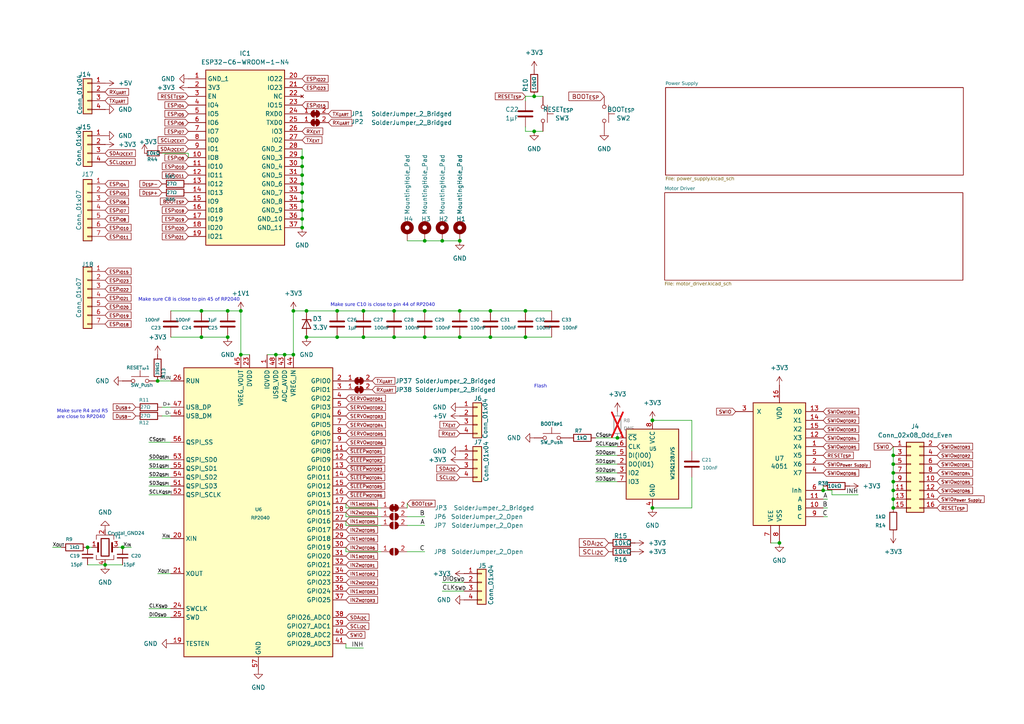
<source format=kicad_sch>
(kicad_sch
	(version 20250114)
	(generator "eeschema")
	(generator_version "9.0")
	(uuid "220120ed-d44a-4ac7-a64c-440534e9360b")
	(paper "A4")
	
	(text "Make sure C10 is close to pin 44 of RP2040"
		(exclude_from_sim no)
		(at 95.885 89.408 0)
		(effects
			(font
				(face "Source Code Pro")
				(size 1 1)
			)
			(justify left bottom)
		)
		(uuid "04490dc3-70b4-4962-89b4-8e0ab88fbdf8")
	)
	(text "Make sure R4 and R5\nare close to RP2040"
		(exclude_from_sim no)
		(at 16.51 121.92 0)
		(effects
			(font
				(face "Source Code Pro")
				(size 1 1)
			)
			(justify left bottom)
		)
		(uuid "42f9bc12-c7b3-4e8a-b1b0-99e3bbae254c")
	)
	(text "Flash"
		(exclude_from_sim no)
		(at 154.94 113.03 0)
		(effects
			(font
				(face "Source Code Pro")
				(size 1 1)
			)
			(justify left bottom)
		)
		(uuid "64a85e37-cd3e-4964-bdd1-56cd5e41c288")
	)
	(text "Make sure C8 is close to pin 45 of RP2040"
		(exclude_from_sim no)
		(at 40.132 87.884 0)
		(effects
			(font
				(face "Source Code Pro")
				(size 1 1)
			)
			(justify left bottom)
		)
		(uuid "fd3b0391-940a-4fc4-a988-f6bd30e0dd83")
	)
	(junction
		(at 69.85 102.87)
		(diameter 0)
		(color 0 0 0 0)
		(uuid "003f66a8-eae7-4db3-afe5-e69c1cab0c73")
	)
	(junction
		(at 238.76 142.24)
		(diameter 0)
		(color 0 0 0 0)
		(uuid "017ec3ac-0739-4647-8f5d-ce3d0002b849")
	)
	(junction
		(at 87.63 48.26)
		(diameter 0)
		(color 0 0 0 0)
		(uuid "04a89eeb-198c-42ef-8b24-e13eedd7d81a")
	)
	(junction
		(at 87.63 63.5)
		(diameter 0)
		(color 0 0 0 0)
		(uuid "058c2a20-fe14-45b0-9da8-48a4adb71fce")
	)
	(junction
		(at 87.63 53.34)
		(diameter 0)
		(color 0 0 0 0)
		(uuid "10ec2086-1e0a-4265-816d-f0c62fbb05bb")
	)
	(junction
		(at 259.08 132.08)
		(diameter 0)
		(color 0 0 0 0)
		(uuid "16f7f5b8-799b-4ac8-85d6-064f820b7b5b")
	)
	(junction
		(at 97.79 97.79)
		(diameter 0)
		(color 0 0 0 0)
		(uuid "1adad598-974f-4d08-9ac5-e7a4c0ae3747")
	)
	(junction
		(at 69.85 90.17)
		(diameter 0)
		(color 0 0 0 0)
		(uuid "2e2aaef0-992d-4fde-8ed3-c9b42acc268c")
	)
	(junction
		(at 35.56 158.75)
		(diameter 0)
		(color 0 0 0 0)
		(uuid "2fb0f79d-e023-49a7-89d9-a3d9111a7106")
	)
	(junction
		(at 154.94 38.1)
		(diameter 0)
		(color 0 0 0 0)
		(uuid "33ecb33a-2017-40a5-91ec-e37866df2b61")
	)
	(junction
		(at 259.08 137.16)
		(diameter 0)
		(color 0 0 0 0)
		(uuid "3b8af2c2-e7a6-4d4f-a8bb-834b5f42114d")
	)
	(junction
		(at 259.08 142.24)
		(diameter 0)
		(color 0 0 0 0)
		(uuid "4db7ee42-4bf2-4d26-bc57-351b7a6941f7")
	)
	(junction
		(at 45.72 110.49)
		(diameter 0)
		(color 0 0 0 0)
		(uuid "4dc64eac-ecf8-4431-ab06-69163a9e84af")
	)
	(junction
		(at 259.08 134.62)
		(diameter 0)
		(color 0 0 0 0)
		(uuid "4f812d22-2524-4c9e-a5c0-526141f51af6")
	)
	(junction
		(at 133.35 69.85)
		(diameter 0)
		(color 0 0 0 0)
		(uuid "513bb2f7-ca58-4d08-980b-a8b1da181991")
	)
	(junction
		(at 87.63 45.72)
		(diameter 0)
		(color 0 0 0 0)
		(uuid "51ba5bb0-9fa5-486f-87c4-7fa8bc5ab2a1")
	)
	(junction
		(at 133.35 90.17)
		(diameter 0)
		(color 0 0 0 0)
		(uuid "578122f7-b127-40dc-9895-39bb1623d1d7")
	)
	(junction
		(at 123.19 90.17)
		(diameter 0)
		(color 0 0 0 0)
		(uuid "58851d00-bcbd-4bd9-b3fa-ccb4e0b2fb19")
	)
	(junction
		(at 123.19 69.85)
		(diameter 0)
		(color 0 0 0 0)
		(uuid "5b6df43f-b670-4c2d-8bc0-aeb1d34b4efa")
	)
	(junction
		(at 87.63 50.8)
		(diameter 0)
		(color 0 0 0 0)
		(uuid "5e38a6c4-bb3b-4ddb-b37d-b568750dcc53")
	)
	(junction
		(at 189.23 121.92)
		(diameter 0)
		(color 0 0 0 0)
		(uuid "676856d9-25b1-4e70-a1d7-42968b0f99dc")
	)
	(junction
		(at 85.09 102.87)
		(diameter 0)
		(color 0 0 0 0)
		(uuid "6dd8d164-dbcd-48b6-a990-fa205bee252f")
	)
	(junction
		(at 142.24 90.17)
		(diameter 0)
		(color 0 0 0 0)
		(uuid "76c4a1b7-25ce-4927-a2c8-9e6eedcf3915")
	)
	(junction
		(at 87.63 55.88)
		(diameter 0)
		(color 0 0 0 0)
		(uuid "78142456-f6a3-486a-b434-a7ca9bc64147")
	)
	(junction
		(at 80.01 102.87)
		(diameter 0)
		(color 0 0 0 0)
		(uuid "79fc7191-8f87-4cc3-85c9-f5b02f4023e3")
	)
	(junction
		(at 58.42 90.17)
		(diameter 0)
		(color 0 0 0 0)
		(uuid "806bdf08-0a0f-4e03-aeaa-0074eac394fd")
	)
	(junction
		(at 25.4 158.75)
		(diameter 0)
		(color 0 0 0 0)
		(uuid "81c9856b-401a-4d9c-83d6-b00fd7ed253e")
	)
	(junction
		(at 105.41 97.79)
		(diameter 0)
		(color 0 0 0 0)
		(uuid "87bcb4c1-f15d-4591-b20c-3e6ed7b9b0e8")
	)
	(junction
		(at 259.08 144.78)
		(diameter 0)
		(color 0 0 0 0)
		(uuid "8d4d0730-c34b-4021-b3c8-414aa929a49f")
	)
	(junction
		(at 87.63 66.04)
		(diameter 0)
		(color 0 0 0 0)
		(uuid "a703d382-becc-4410-8e48-c1e6f101b299")
	)
	(junction
		(at 226.06 157.48)
		(diameter 0)
		(color 0 0 0 0)
		(uuid "a8a4edb7-7482-459f-8b14-8a7e43dc27fe")
	)
	(junction
		(at 152.4 97.79)
		(diameter 0)
		(color 0 0 0 0)
		(uuid "aca9eaed-0c1f-4645-8a1a-5a773138aad1")
	)
	(junction
		(at 123.19 97.79)
		(diameter 0)
		(color 0 0 0 0)
		(uuid "ad83e5ca-f4d4-4c94-a2d8-8d789edbeecb")
	)
	(junction
		(at 128.27 69.85)
		(diameter 0)
		(color 0 0 0 0)
		(uuid "ae14c22a-d11f-4e50-9f8c-129e392343f0")
	)
	(junction
		(at 105.41 90.17)
		(diameter 0)
		(color 0 0 0 0)
		(uuid "b032d493-aaf5-40d0-9629-67bdd8e63862")
	)
	(junction
		(at 30.48 163.83)
		(diameter 0)
		(color 0 0 0 0)
		(uuid "b2640a55-b67d-4f94-b019-4bcc43cc60d8")
	)
	(junction
		(at 88.9 97.79)
		(diameter 0)
		(color 0 0 0 0)
		(uuid "b8c70675-9bdc-4dd1-b6bd-e8b1fba53319")
	)
	(junction
		(at 142.24 97.79)
		(diameter 0)
		(color 0 0 0 0)
		(uuid "c5ca1739-206b-4346-ac54-3d11a3fe2c89")
	)
	(junction
		(at 114.3 90.17)
		(diameter 0)
		(color 0 0 0 0)
		(uuid "c8335f0f-5292-4d70-8189-d4cbf7c934f6")
	)
	(junction
		(at 58.42 97.79)
		(diameter 0)
		(color 0 0 0 0)
		(uuid "c88e4559-11f2-42a7-9d1d-16974536b90a")
	)
	(junction
		(at 179.07 127)
		(diameter 0)
		(color 0 0 0 0)
		(uuid "ca3b1f3e-6437-43ed-bb2f-e16bc1220400")
	)
	(junction
		(at 152.4 90.17)
		(diameter 0)
		(color 0 0 0 0)
		(uuid "cd7dba05-7e68-4a74-97e0-0ccfd8d63ce8")
	)
	(junction
		(at 97.79 90.17)
		(diameter 0)
		(color 0 0 0 0)
		(uuid "d0601b2c-bde4-45d1-8a03-f34c0a1842cb")
	)
	(junction
		(at 114.3 97.79)
		(diameter 0)
		(color 0 0 0 0)
		(uuid "d13caa0e-b68d-4b2c-a7a4-64494581f0fc")
	)
	(junction
		(at 66.04 97.79)
		(diameter 0)
		(color 0 0 0 0)
		(uuid "d7323ba3-f6c7-403f-aac9-a6cdedef2539")
	)
	(junction
		(at 154.94 27.94)
		(diameter 0)
		(color 0 0 0 0)
		(uuid "d78d0c4a-b12c-45ad-b1d3-f558574229d7")
	)
	(junction
		(at 259.08 147.32)
		(diameter 0)
		(color 0 0 0 0)
		(uuid "e09dbf41-da77-48c7-8649-7e9bd153b345")
	)
	(junction
		(at 87.63 58.42)
		(diameter 0)
		(color 0 0 0 0)
		(uuid "e4cb2843-58a2-4a66-90bc-e3f60e160636")
	)
	(junction
		(at 85.09 90.17)
		(diameter 0)
		(color 0 0 0 0)
		(uuid "e6981971-3939-4569-bcd4-3f317e70953b")
	)
	(junction
		(at 259.08 139.7)
		(diameter 0)
		(color 0 0 0 0)
		(uuid "e827e421-b16f-453a-819b-4d5cc4510ef9")
	)
	(junction
		(at 189.23 147.32)
		(diameter 0)
		(color 0 0 0 0)
		(uuid "e8bac725-068a-411a-9ef5-bd7bfe30a4bc")
	)
	(junction
		(at 66.04 90.17)
		(diameter 0)
		(color 0 0 0 0)
		(uuid "ed02f95c-d9ba-4805-a840-e5331f0b816e")
	)
	(junction
		(at 133.35 97.79)
		(diameter 0)
		(color 0 0 0 0)
		(uuid "f032371e-8c22-4c91-93b2-e2d539c956b1")
	)
	(junction
		(at 82.55 102.87)
		(diameter 0)
		(color 0 0 0 0)
		(uuid "f704233a-ec1d-4298-893a-a3b3c69b24a9")
	)
	(junction
		(at 87.63 60.96)
		(diameter 0)
		(color 0 0 0 0)
		(uuid "fa034436-3071-4d32-aa6a-aa21b3c8121c")
	)
	(junction
		(at 88.9 90.17)
		(diameter 0)
		(color 0 0 0 0)
		(uuid "fe6017c7-1e4e-4278-bb3c-9a73b24a539c")
	)
	(wire
		(pts
			(xy 142.24 97.79) (xy 152.4 97.79)
		)
		(stroke
			(width 0)
			(type default)
		)
		(uuid "01a3bfaa-0e14-4c46-8d85-d0c9a96aa935")
	)
	(wire
		(pts
			(xy 82.55 102.87) (xy 85.09 102.87)
		)
		(stroke
			(width 0)
			(type default)
		)
		(uuid "04a5000a-04c3-4f4b-ba49-e851b42bb65a")
	)
	(wire
		(pts
			(xy 259.08 142.24) (xy 259.08 144.78)
		)
		(stroke
			(width 0)
			(type default)
		)
		(uuid "05c9f852-a4b0-4a44-894d-e870a1422b13")
	)
	(wire
		(pts
			(xy 114.3 97.79) (xy 123.19 97.79)
		)
		(stroke
			(width 0)
			(type default)
		)
		(uuid "095cb54c-ae94-40e0-9c60-9cc0ff74f60a")
	)
	(wire
		(pts
			(xy 35.56 158.75) (xy 38.1 158.75)
		)
		(stroke
			(width 0)
			(type default)
		)
		(uuid "0a2ff1bc-9ae2-4e54-a093-962810b5d609")
	)
	(wire
		(pts
			(xy 100.33 147.32) (xy 110.49 147.32)
		)
		(stroke
			(width 0)
			(type default)
		)
		(uuid "0c63633d-aaa2-45c9-afaa-41790ed6bdbb")
	)
	(wire
		(pts
			(xy 152.4 38.1) (xy 152.4 36.83)
		)
		(stroke
			(width 0)
			(type default)
		)
		(uuid "0f4708d1-cce1-4af1-9ad4-2d388194a698")
	)
	(wire
		(pts
			(xy 172.72 127) (xy 179.07 127)
		)
		(stroke
			(width 0)
			(type default)
		)
		(uuid "0fe6643e-a27d-4fd5-a767-da2622181278")
	)
	(wire
		(pts
			(xy 128.27 171.45) (xy 134.62 171.45)
		)
		(stroke
			(width 0)
			(type default)
		)
		(uuid "126e59d5-d2df-4b81-9ae0-85798c972a82")
	)
	(wire
		(pts
			(xy 25.4 158.75) (xy 26.67 158.75)
		)
		(stroke
			(width 0)
			(type default)
		)
		(uuid "13de7f31-4739-476e-a4b0-d2492a73ad73")
	)
	(wire
		(pts
			(xy 157.48 38.1) (xy 154.94 38.1)
		)
		(stroke
			(width 0)
			(type default)
		)
		(uuid "146fbda4-9f35-4883-abb2-e91a7ae71b7a")
	)
	(wire
		(pts
			(xy 259.08 132.08) (xy 259.08 134.62)
		)
		(stroke
			(width 0)
			(type default)
		)
		(uuid "158e983e-25a5-4672-8462-4e9ec35842a7")
	)
	(wire
		(pts
			(xy 43.18 140.97) (xy 49.53 140.97)
		)
		(stroke
			(width 0)
			(type default)
		)
		(uuid "16fbb14f-0fbd-422c-86dd-c798d59e6312")
	)
	(wire
		(pts
			(xy 49.53 128.27) (xy 43.18 128.27)
		)
		(stroke
			(width 0)
			(type default)
		)
		(uuid "178a5e13-bfe6-4e85-974d-24234b9e1e53")
	)
	(wire
		(pts
			(xy 45.72 110.49) (xy 49.53 110.49)
		)
		(stroke
			(width 0)
			(type default)
		)
		(uuid "1df59cb3-4e55-4e04-b7c1-e82f853e27d7")
	)
	(wire
		(pts
			(xy 87.63 63.5) (xy 87.63 66.04)
		)
		(stroke
			(width 0)
			(type default)
		)
		(uuid "1efcabe0-41d7-4898-b705-3c228eb6b4b9")
	)
	(wire
		(pts
			(xy 172.72 129.54) (xy 179.07 129.54)
		)
		(stroke
			(width 0)
			(type default)
		)
		(uuid "1f8681c0-d89a-419e-8359-3b0a657a7252")
	)
	(wire
		(pts
			(xy 241.3 143.51) (xy 248.92 143.51)
		)
		(stroke
			(width 0)
			(type default)
		)
		(uuid "21aa7b99-af0a-4e3f-b88b-dfb53da24381")
	)
	(wire
		(pts
			(xy 97.79 90.17) (xy 105.41 90.17)
		)
		(stroke
			(width 0)
			(type default)
		)
		(uuid "256b33d6-d82e-4cbf-9f0f-597870a5cb7b")
	)
	(wire
		(pts
			(xy 43.18 133.35) (xy 49.53 133.35)
		)
		(stroke
			(width 0)
			(type default)
		)
		(uuid "2666c563-e193-46a4-aea7-54c82503c9cb")
	)
	(wire
		(pts
			(xy 200.66 138.43) (xy 200.66 147.32)
		)
		(stroke
			(width 0)
			(type default)
		)
		(uuid "277b0541-3978-4aee-bc09-66419806eaa4")
	)
	(wire
		(pts
			(xy 114.3 90.17) (xy 123.19 90.17)
		)
		(stroke
			(width 0)
			(type default)
		)
		(uuid "2b5b69b4-9606-40be-afcb-c68d164e260e")
	)
	(wire
		(pts
			(xy 133.35 97.79) (xy 142.24 97.79)
		)
		(stroke
			(width 0)
			(type default)
		)
		(uuid "2de0bfed-0123-40fa-8cfc-56c434456189")
	)
	(wire
		(pts
			(xy 123.19 97.79) (xy 133.35 97.79)
		)
		(stroke
			(width 0)
			(type default)
		)
		(uuid "2f8b65e3-28b4-469f-a917-78683c3e9ef5")
	)
	(wire
		(pts
			(xy 241.3 143.51) (xy 241.3 142.24)
		)
		(stroke
			(width 0)
			(type default)
		)
		(uuid "3373f563-ebf3-4e32-80cd-eecbf4d08ce4")
	)
	(wire
		(pts
			(xy 152.4 27.94) (xy 154.94 27.94)
		)
		(stroke
			(width 0)
			(type default)
		)
		(uuid "3422ce99-53f0-40ed-b67d-c5916a2b2e7b")
	)
	(wire
		(pts
			(xy 123.19 69.85) (xy 128.27 69.85)
		)
		(stroke
			(width 0)
			(type default)
		)
		(uuid "34f748a6-89ab-46f9-9923-be35259230f1")
	)
	(wire
		(pts
			(xy 77.47 102.87) (xy 80.01 102.87)
		)
		(stroke
			(width 0)
			(type default)
		)
		(uuid "3b82c5f1-8ed2-47f9-8599-5efd0871cbd1")
	)
	(wire
		(pts
			(xy 152.4 90.17) (xy 160.02 90.17)
		)
		(stroke
			(width 0)
			(type default)
		)
		(uuid "40d9ec54-4161-4b4d-9869-1671119c74c5")
	)
	(wire
		(pts
			(xy 200.66 121.92) (xy 200.66 130.81)
		)
		(stroke
			(width 0)
			(type default)
		)
		(uuid "42e87d03-2234-4b89-b074-1d2c8b5e9c5b")
	)
	(wire
		(pts
			(xy 118.11 160.02) (xy 123.19 160.02)
		)
		(stroke
			(width 0)
			(type default)
		)
		(uuid "49a3aedb-42b6-4136-b41f-f8b6dad3bd40")
	)
	(wire
		(pts
			(xy 100.33 160.02) (xy 110.49 160.02)
		)
		(stroke
			(width 0)
			(type default)
		)
		(uuid "4c2838f5-4058-424d-9762-5561a1706589")
	)
	(wire
		(pts
			(xy 259.08 144.78) (xy 259.08 147.32)
		)
		(stroke
			(width 0)
			(type default)
		)
		(uuid "4dd725ec-e1fe-45c5-92c6-44760a871b6d")
	)
	(wire
		(pts
			(xy 25.4 163.83) (xy 30.48 163.83)
		)
		(stroke
			(width 0)
			(type default)
		)
		(uuid "4f40d27b-e963-496c-901b-fd4ad63cb463")
	)
	(wire
		(pts
			(xy 118.11 146.05) (xy 118.11 147.32)
		)
		(stroke
			(width 0)
			(type default)
		)
		(uuid "5237b672-5be0-42f6-a011-39bcf2237e49")
	)
	(wire
		(pts
			(xy 30.48 163.83) (xy 35.56 163.83)
		)
		(stroke
			(width 0)
			(type default)
		)
		(uuid "534ea605-6844-452a-ad85-92d41264a5ec")
	)
	(wire
		(pts
			(xy 49.53 90.17) (xy 58.42 90.17)
		)
		(stroke
			(width 0)
			(type default)
		)
		(uuid "5367842d-0d00-4b15-a8da-308812ed6684")
	)
	(wire
		(pts
			(xy 259.08 129.54) (xy 259.08 132.08)
		)
		(stroke
			(width 0)
			(type default)
		)
		(uuid "54b27330-9a98-42eb-ae9f-20a42c5fd9fe")
	)
	(wire
		(pts
			(xy 97.79 97.79) (xy 105.41 97.79)
		)
		(stroke
			(width 0)
			(type default)
		)
		(uuid "57c80281-730c-4009-bac3-4cd34d7edc98")
	)
	(wire
		(pts
			(xy 66.04 90.17) (xy 69.85 90.17)
		)
		(stroke
			(width 0)
			(type default)
		)
		(uuid "5b415ddc-7098-4316-88ea-bd3dd18e8ea2")
	)
	(wire
		(pts
			(xy 49.53 143.51) (xy 43.18 143.51)
		)
		(stroke
			(width 0)
			(type default)
		)
		(uuid "5c49814d-d5fa-4ed6-95b3-e44e7c413258")
	)
	(wire
		(pts
			(xy 152.4 97.79) (xy 160.02 97.79)
		)
		(stroke
			(width 0)
			(type default)
		)
		(uuid "5e9f71ae-9592-4c6e-8828-9b509859c588")
	)
	(wire
		(pts
			(xy 100.33 149.86) (xy 110.49 149.86)
		)
		(stroke
			(width 0)
			(type default)
		)
		(uuid "615bed3c-ae0f-4250-b1aa-2f82de0b7a02")
	)
	(wire
		(pts
			(xy 200.66 121.92) (xy 189.23 121.92)
		)
		(stroke
			(width 0)
			(type default)
		)
		(uuid "6401f149-7356-4c04-b055-2a5a60669c11")
	)
	(wire
		(pts
			(xy 87.63 55.88) (xy 87.63 58.42)
		)
		(stroke
			(width 0)
			(type default)
		)
		(uuid "670a1028-b6dd-42fa-be28-9b22661d207d")
	)
	(wire
		(pts
			(xy 49.53 176.53) (xy 43.18 176.53)
		)
		(stroke
			(width 0)
			(type default)
		)
		(uuid "6a5ab6b7-38e2-490a-8ff5-db61cbe6698c")
	)
	(wire
		(pts
			(xy 179.07 139.7) (xy 172.72 139.7)
		)
		(stroke
			(width 0)
			(type default)
		)
		(uuid "6a6a74c3-107c-4f88-984f-7fd9987e7120")
	)
	(wire
		(pts
			(xy 157.48 27.94) (xy 154.94 27.94)
		)
		(stroke
			(width 0)
			(type default)
		)
		(uuid "6ad1922a-55d6-4ca0-a4e9-0a77f2409014")
	)
	(wire
		(pts
			(xy 49.53 179.07) (xy 43.18 179.07)
		)
		(stroke
			(width 0)
			(type default)
		)
		(uuid "6b0e748f-cb73-4dfd-b5cc-fb7f2b1b67bd")
	)
	(wire
		(pts
			(xy 97.79 97.79) (xy 88.9 97.79)
		)
		(stroke
			(width 0)
			(type default)
		)
		(uuid "6b6e411b-2266-4b63-a08e-a269f30914fa")
	)
	(wire
		(pts
			(xy 110.49 152.4) (xy 100.33 152.4)
		)
		(stroke
			(width 0)
			(type default)
		)
		(uuid "6c164dbb-f1b3-499a-9ef5-4e5428eaaa18")
	)
	(wire
		(pts
			(xy 179.07 132.08) (xy 172.72 132.08)
		)
		(stroke
			(width 0)
			(type default)
		)
		(uuid "6d63148b-809f-414e-86bf-b8af880eeb98")
	)
	(wire
		(pts
			(xy 123.19 90.17) (xy 133.35 90.17)
		)
		(stroke
			(width 0)
			(type default)
		)
		(uuid "6e9605f6-d6c1-49d3-a131-ad04314c6ee2")
	)
	(wire
		(pts
			(xy 105.41 97.79) (xy 114.3 97.79)
		)
		(stroke
			(width 0)
			(type default)
		)
		(uuid "6f205c35-cc21-46d3-aef6-c797573fe433")
	)
	(wire
		(pts
			(xy 87.63 60.96) (xy 87.63 63.5)
		)
		(stroke
			(width 0)
			(type default)
		)
		(uuid "70832be6-8971-473f-94d2-780d861aedea")
	)
	(wire
		(pts
			(xy 238.76 140.97) (xy 238.76 142.24)
		)
		(stroke
			(width 0)
			(type default)
		)
		(uuid "7563415a-1b4d-49a3-a547-e9ad34efcffc")
	)
	(wire
		(pts
			(xy 179.07 134.62) (xy 172.72 134.62)
		)
		(stroke
			(width 0)
			(type default)
		)
		(uuid "823bf568-a3e2-4739-9032-67fb9d067220")
	)
	(wire
		(pts
			(xy 154.94 38.1) (xy 152.4 38.1)
		)
		(stroke
			(width 0)
			(type default)
		)
		(uuid "82e04078-6cc7-48c5-9ec3-7b08c13365d2")
	)
	(wire
		(pts
			(xy 85.09 90.17) (xy 88.9 90.17)
		)
		(stroke
			(width 0)
			(type default)
		)
		(uuid "86d0f320-2c2b-40e9-b2ff-9d56b2246853")
	)
	(wire
		(pts
			(xy 128.27 69.85) (xy 133.35 69.85)
		)
		(stroke
			(width 0)
			(type default)
		)
		(uuid "878561c5-24d1-477e-ae66-77a201a1e48b")
	)
	(wire
		(pts
			(xy 46.99 156.21) (xy 49.53 156.21)
		)
		(stroke
			(width 0)
			(type default)
		)
		(uuid "88b70b42-31db-425b-9be3-d866ec4e8cef")
	)
	(wire
		(pts
			(xy 240.03 147.32) (xy 238.76 147.32)
		)
		(stroke
			(width 0)
			(type default)
		)
		(uuid "892f9a9b-6d31-46bc-aa8f-20acbbc72336")
	)
	(wire
		(pts
			(xy 46.99 120.65) (xy 49.53 120.65)
		)
		(stroke
			(width 0)
			(type default)
		)
		(uuid "89bc1860-cc2f-49ed-adc3-2ae7354b9518")
	)
	(wire
		(pts
			(xy 34.29 158.75) (xy 35.56 158.75)
		)
		(stroke
			(width 0)
			(type default)
		)
		(uuid "8a43ae60-4bdb-41a3-b284-98731452e9e9")
	)
	(wire
		(pts
			(xy 87.63 50.8) (xy 87.63 53.34)
		)
		(stroke
			(width 0)
			(type default)
		)
		(uuid "8bf98e95-4dfa-4227-aac0-c1e6b016df17")
	)
	(wire
		(pts
			(xy 259.08 134.62) (xy 259.08 137.16)
		)
		(stroke
			(width 0)
			(type default)
		)
		(uuid "8d4390ec-1507-4f5e-a731-6e29ba20b7bc")
	)
	(wire
		(pts
			(xy 43.18 135.89) (xy 49.53 135.89)
		)
		(stroke
			(width 0)
			(type default)
		)
		(uuid "91470d0f-31af-4cd6-8d7a-ceaf87e876c1")
	)
	(wire
		(pts
			(xy 259.08 137.16) (xy 259.08 139.7)
		)
		(stroke
			(width 0)
			(type default)
		)
		(uuid "91e36cc0-d463-478b-83a3-76afc59b3d4b")
	)
	(wire
		(pts
			(xy 118.11 69.85) (xy 123.19 69.85)
		)
		(stroke
			(width 0)
			(type default)
		)
		(uuid "926e1dfa-9a77-43d6-ace0-c610d7f31948")
	)
	(wire
		(pts
			(xy 240.03 144.78) (xy 238.76 144.78)
		)
		(stroke
			(width 0)
			(type default)
		)
		(uuid "92fc1fd2-aac8-4ea7-a470-be3813a6ba90")
	)
	(wire
		(pts
			(xy 88.9 90.17) (xy 97.79 90.17)
		)
		(stroke
			(width 0)
			(type default)
		)
		(uuid "9385f93f-626b-49bd-83b4-1661d6d2bdd1")
	)
	(wire
		(pts
			(xy 87.63 48.26) (xy 87.63 50.8)
		)
		(stroke
			(width 0)
			(type default)
		)
		(uuid "944e5f84-e844-48a2-ac9f-6331fd9c1a77")
	)
	(wire
		(pts
			(xy 133.35 90.17) (xy 142.24 90.17)
		)
		(stroke
			(width 0)
			(type default)
		)
		(uuid "94b41df1-5cce-4f1f-ba60-3d42c9b136c8")
	)
	(wire
		(pts
			(xy 128.27 168.91) (xy 134.62 168.91)
		)
		(stroke
			(width 0)
			(type default)
		)
		(uuid "9aa7b52a-0546-4808-b498-00d39a430162")
	)
	(wire
		(pts
			(xy 226.06 157.48) (xy 223.52 157.48)
		)
		(stroke
			(width 0)
			(type default)
		)
		(uuid "9d333333-68d3-48f3-8f2b-a6d4640cac08")
	)
	(wire
		(pts
			(xy 241.3 142.24) (xy 238.76 142.24)
		)
		(stroke
			(width 0)
			(type default)
		)
		(uuid "9fe0d879-3456-45b3-946a-3c9941896d78")
	)
	(wire
		(pts
			(xy 15.24 158.75) (xy 17.78 158.75)
		)
		(stroke
			(width 0)
			(type default)
		)
		(uuid "a1072d80-d40b-4a49-b897-bf4d8a62ba34")
	)
	(wire
		(pts
			(xy 43.18 138.43) (xy 49.53 138.43)
		)
		(stroke
			(width 0)
			(type default)
		)
		(uuid "a4859369-a7f8-4892-8898-cc33c4bd485d")
	)
	(wire
		(pts
			(xy 200.66 147.32) (xy 189.23 147.32)
		)
		(stroke
			(width 0)
			(type default)
		)
		(uuid "a7b815b2-b838-4db2-9296-30119cd2ad1e")
	)
	(wire
		(pts
			(xy 54.61 44.45) (xy 46.99 44.45)
		)
		(stroke
			(width 0)
			(type default)
		)
		(uuid "a7f29379-201e-4117-9eb4-708409fbb8bd")
	)
	(wire
		(pts
			(xy 69.85 90.17) (xy 69.85 102.87)
		)
		(stroke
			(width 0)
			(type default)
		)
		(uuid "ab3dc532-6e7d-4ff7-9718-2ee0df45536a")
	)
	(wire
		(pts
			(xy 100.33 152.4) (xy 100.33 151.13)
		)
		(stroke
			(width 0)
			(type default)
		)
		(uuid "b2aac91f-212e-4543-8f75-488a43adc069")
	)
	(wire
		(pts
			(xy 240.03 149.86) (xy 238.76 149.86)
		)
		(stroke
			(width 0)
			(type default)
		)
		(uuid "b393ab8e-c194-4142-a828-2afacfc4fa69")
	)
	(wire
		(pts
			(xy 100.33 148.59) (xy 100.33 149.86)
		)
		(stroke
			(width 0)
			(type default)
		)
		(uuid "b8d28520-7cab-4354-93c4-52aa739b2bfd")
	)
	(wire
		(pts
			(xy 87.63 45.72) (xy 87.63 48.26)
		)
		(stroke
			(width 0)
			(type default)
		)
		(uuid "b947a9d8-8e3e-4f1e-8fe8-72837a82ddda")
	)
	(wire
		(pts
			(xy 142.24 90.17) (xy 152.4 90.17)
		)
		(stroke
			(width 0)
			(type default)
		)
		(uuid "be0fabf8-d96f-4fa7-8696-1dc16eecfd45")
	)
	(wire
		(pts
			(xy 87.63 58.42) (xy 87.63 60.96)
		)
		(stroke
			(width 0)
			(type default)
		)
		(uuid "c88fea79-44db-4669-b5db-761de8d074d0")
	)
	(wire
		(pts
			(xy 58.42 97.79) (xy 66.04 97.79)
		)
		(stroke
			(width 0)
			(type default)
		)
		(uuid "c94c6165-bd72-4ccc-9e99-a474e86e87c2")
	)
	(wire
		(pts
			(xy 152.4 29.21) (xy 152.4 27.94)
		)
		(stroke
			(width 0)
			(type default)
		)
		(uuid "cecbf096-ab0f-41c0-8220-602aabbd15bb")
	)
	(wire
		(pts
			(xy 118.11 149.86) (xy 123.19 149.86)
		)
		(stroke
			(width 0)
			(type default)
		)
		(uuid "cfbc8965-26f2-4361-b7e8-db2d1280d2a8")
	)
	(wire
		(pts
			(xy 80.01 102.87) (xy 82.55 102.87)
		)
		(stroke
			(width 0)
			(type default)
		)
		(uuid "d327c4ca-de13-4bf0-b28f-61a62d92b050")
	)
	(wire
		(pts
			(xy 49.53 97.79) (xy 58.42 97.79)
		)
		(stroke
			(width 0)
			(type default)
		)
		(uuid "d4082973-969d-4632-8448-882d82dbf756")
	)
	(wire
		(pts
			(xy 259.08 139.7) (xy 259.08 142.24)
		)
		(stroke
			(width 0)
			(type default)
		)
		(uuid "d5a7c0f6-8b32-4ced-8a16-e6ee798767d5")
	)
	(wire
		(pts
			(xy 49.53 166.37) (xy 45.72 166.37)
		)
		(stroke
			(width 0)
			(type default)
		)
		(uuid "d607a68c-fa80-4911-8d57-dd7950f81229")
	)
	(wire
		(pts
			(xy 100.33 187.96) (xy 105.41 187.96)
		)
		(stroke
			(width 0)
			(type default)
		)
		(uuid "e0b0dc81-f4de-4d2d-94c4-1f08b1297b15")
	)
	(wire
		(pts
			(xy 85.09 90.17) (xy 85.09 102.87)
		)
		(stroke
			(width 0)
			(type default)
		)
		(uuid "e1099232-2b69-450e-baa9-9759b6837e09")
	)
	(wire
		(pts
			(xy 54.61 45.72) (xy 54.61 44.45)
		)
		(stroke
			(width 0)
			(type default)
		)
		(uuid "e15457fb-6232-4c04-bbe1-2ddf681dbaaf")
	)
	(wire
		(pts
			(xy 87.63 53.34) (xy 87.63 55.88)
		)
		(stroke
			(width 0)
			(type default)
		)
		(uuid "e382353c-7e78-4497-ab3e-e46c0f6330bf")
	)
	(wire
		(pts
			(xy 100.33 158.75) (xy 100.33 160.02)
		)
		(stroke
			(width 0)
			(type default)
		)
		(uuid "e73555cd-9d79-429e-b92e-6bad17ccb5fe")
	)
	(wire
		(pts
			(xy 100.33 146.05) (xy 100.33 147.32)
		)
		(stroke
			(width 0)
			(type default)
		)
		(uuid "e9fcfa0e-e2ae-4ab3-8f8f-21b6becf2a2f")
	)
	(wire
		(pts
			(xy 100.33 187.96) (xy 100.33 186.69)
		)
		(stroke
			(width 0)
			(type default)
		)
		(uuid "ec0f0977-9b44-40a1-9d5d-391bc79668a5")
	)
	(wire
		(pts
			(xy 58.42 90.17) (xy 66.04 90.17)
		)
		(stroke
			(width 0)
			(type default)
		)
		(uuid "ec563e59-41e9-4ba8-9b42-0b1290258654")
	)
	(wire
		(pts
			(xy 87.63 43.18) (xy 87.63 45.72)
		)
		(stroke
			(width 0)
			(type default)
		)
		(uuid "ef1962f8-093a-4ab5-91db-5a77d0144a84")
	)
	(wire
		(pts
			(xy 123.19 152.4) (xy 118.11 152.4)
		)
		(stroke
			(width 0)
			(type default)
		)
		(uuid "f036fd5d-37c9-48f9-9407-dbd901b5352f")
	)
	(wire
		(pts
			(xy 46.99 118.11) (xy 49.53 118.11)
		)
		(stroke
			(width 0)
			(type default)
		)
		(uuid "f2f19d35-2a84-4993-869c-ecfb0a0207ae")
	)
	(wire
		(pts
			(xy 72.39 102.87) (xy 69.85 102.87)
		)
		(stroke
			(width 0)
			(type default)
		)
		(uuid "f8b24106-1de7-4c7a-9931-7eb0c2963732")
	)
	(wire
		(pts
			(xy 179.07 137.16) (xy 172.72 137.16)
		)
		(stroke
			(width 0)
			(type default)
		)
		(uuid "f8bc4cd1-4d01-4faa-afc3-a1efa7e3c04b")
	)
	(wire
		(pts
			(xy 105.41 90.17) (xy 114.3 90.17)
		)
		(stroke
			(width 0)
			(type default)
		)
		(uuid "fd71c768-5977-4362-a4e6-4784a712ef0e")
	)
	(label "A"
		(at 123.19 152.4 180)
		(effects
			(font
				(size 1.27 1.27)
			)
			(justify right bottom)
		)
		(uuid "00e1fa40-6708-4727-b054-4fa7fae895e1")
	)
	(label "CLK_{SWD}"
		(at 43.18 176.53 0)
		(effects
			(font
				(size 1 1)
			)
			(justify left bottom)
		)
		(uuid "13bde812-566d-4225-bc0c-01cbf299ba8e")
	)
	(label "INH"
		(at 248.92 143.51 180)
		(effects
			(font
				(size 1.27 1.27)
			)
			(justify right bottom)
		)
		(uuid "19160ed7-163c-45b8-90ab-53d77ae8b1b3")
	)
	(label "DIO_{SWD}"
		(at 43.18 179.07 0)
		(effects
			(font
				(size 1 1)
			)
			(justify left bottom)
		)
		(uuid "19f7ced7-a025-4c41-82e5-f0efb731a81e")
	)
	(label "SD1_{QSPI}"
		(at 172.72 134.62 0)
		(effects
			(font
				(size 1 1)
			)
			(justify left bottom)
		)
		(uuid "1a56e980-74c3-4aff-a2a7-4b31a7cd2645")
	)
	(label "X_{IN}"
		(at 46.99 156.21 0)
		(effects
			(font
				(size 1 1)
			)
			(justify left bottom)
		)
		(uuid "238c0f59-012b-4b4c-8d5c-3e2580e4f2aa")
	)
	(label "SCLK_{QSPI}"
		(at 43.18 143.51 0)
		(effects
			(font
				(size 1 1)
			)
			(justify left bottom)
		)
		(uuid "277892b2-eaf6-4765-8be6-cd92339f4273")
	)
	(label "C"
		(at 240.03 149.86 180)
		(effects
			(font
				(size 1.27 1.27)
			)
			(justify right bottom)
		)
		(uuid "4137ba2f-5554-4ae0-8998-b4020116667e")
	)
	(label "D-"
		(at 49.53 120.65 180)
		(effects
			(font
				(face "Source Code Pro")
				(size 1 1)
			)
			(justify right bottom)
		)
		(uuid "46f8821b-1f60-4d08-bd1e-46060e65d22e")
	)
	(label "X_{OUT}"
		(at 45.72 166.37 0)
		(effects
			(font
				(size 1 1)
			)
			(justify left bottom)
		)
		(uuid "4a6ebb17-e877-47e6-8040-30a8e4aee002")
	)
	(label "INH"
		(at 105.41 187.96 180)
		(effects
			(font
				(size 1.27 1.27)
			)
			(justify right bottom)
		)
		(uuid "4dd5d809-4ce0-47eb-9a4d-ecebe718f75f")
	)
	(label "B"
		(at 240.03 147.32 180)
		(effects
			(font
				(size 1.27 1.27)
			)
			(justify right bottom)
		)
		(uuid "59252e4f-1f78-453c-b4af-9526f7d69fc7")
	)
	(label "SD2_{QSPI}"
		(at 43.18 138.43 0)
		(effects
			(font
				(size 1 1)
			)
			(justify left bottom)
		)
		(uuid "613e0d18-c3d2-4266-b335-29a84d58323f")
	)
	(label "CS_{QSPI}"
		(at 172.72 127 0)
		(effects
			(font
				(size 1 1)
			)
			(justify left bottom)
		)
		(uuid "66a29ed5-bccc-42ef-bf54-babdf19e5e11")
	)
	(label "SD2_{QSPI}"
		(at 172.72 137.16 0)
		(effects
			(font
				(size 1 1)
			)
			(justify left bottom)
		)
		(uuid "6f2b3e74-1b3e-487c-b24e-4ac81160951f")
	)
	(label "SD3_{QSPI}"
		(at 172.72 139.7 0)
		(effects
			(font
				(size 1 1)
			)
			(justify left bottom)
		)
		(uuid "72e52234-be78-48b6-898d-9f36143e6280")
	)
	(label "SCLK_{QSPI}"
		(at 172.72 129.54 0)
		(effects
			(font
				(size 1 1)
			)
			(justify left bottom)
		)
		(uuid "89d92166-2169-401c-bb68-3c996d32f86a")
	)
	(label "RUN"
		(at 49.53 110.49 180)
		(effects
			(font
				(face "Source Code Pro")
				(size 1 1)
			)
			(justify right bottom)
		)
		(uuid "9adff0d6-3e10-4a42-89c6-426dbeda105b")
	)
	(label "SD3_{QSPI}"
		(at 43.18 140.97 0)
		(effects
			(font
				(size 1 1)
			)
			(justify left bottom)
		)
		(uuid "b5510ac5-be5d-4c85-b049-f4493df4c7f2")
	)
	(label "CLK_{SWD}"
		(at 128.27 171.45 0)
		(effects
			(font
				(size 1.27 1.27)
			)
			(justify left bottom)
		)
		(uuid "bc531ddb-6bc1-48d5-b131-b4a424e06002")
	)
	(label "DIO_{SWD}"
		(at 128.27 168.91 0)
		(effects
			(font
				(size 1.27 1.27)
			)
			(justify left bottom)
		)
		(uuid "be5baa5d-2933-40f7-b970-1af7ec3b8429")
	)
	(label "SD1_{QSPI}"
		(at 43.18 135.89 0)
		(effects
			(font
				(size 1 1)
			)
			(justify left bottom)
		)
		(uuid "c413d943-e7ec-468a-b31e-8b8d0449d76c")
	)
	(label "D+"
		(at 49.53 118.11 180)
		(effects
			(font
				(face "Source Code Pro")
				(size 1 1)
			)
			(justify right bottom)
		)
		(uuid "c8dc00bb-663d-4e72-9e6a-1ded254dbacb")
	)
	(label "X_{OUT}"
		(at 15.24 158.75 0)
		(effects
			(font
				(size 1 1)
			)
			(justify left bottom)
		)
		(uuid "cbbc9819-b896-4708-9e0b-7890520a2bea")
	)
	(label "B"
		(at 123.19 149.86 180)
		(effects
			(font
				(size 1.27 1.27)
			)
			(justify right bottom)
		)
		(uuid "cc83b5a1-2d1c-4450-886b-64c1c5833404")
	)
	(label "A"
		(at 240.03 144.78 180)
		(effects
			(font
				(size 1.27 1.27)
			)
			(justify right bottom)
		)
		(uuid "d641c769-7695-45bd-8615-6318ea6c288e")
	)
	(label "C"
		(at 123.19 160.02 180)
		(effects
			(font
				(size 1.27 1.27)
			)
			(justify right bottom)
		)
		(uuid "d8093282-321f-4b8c-a912-30c6f68a0b98")
	)
	(label "SD0_{QSPI}"
		(at 43.18 133.35 0)
		(effects
			(font
				(size 1 1)
			)
			(justify left bottom)
		)
		(uuid "d9e98ca9-1c63-4c9d-a8f7-d56bd2fcbf7f")
	)
	(label "CS_{QSPI}"
		(at 43.18 128.27 0)
		(effects
			(font
				(size 1 1)
			)
			(justify left bottom)
		)
		(uuid "da17a679-6d6a-4ab6-a374-f39d2851e3ab")
	)
	(label "SD0_{QSPI}"
		(at 172.72 132.08 0)
		(effects
			(font
				(size 1 1)
			)
			(justify left bottom)
		)
		(uuid "ebf1a8bd-f1b9-42f3-8682-5da1df903795")
	)
	(label "X_{IN}"
		(at 38.1 158.75 180)
		(effects
			(font
				(size 1 1)
			)
			(justify right bottom)
		)
		(uuid "fe4cbd06-e0c8-4dd2-b27f-615e9de88955")
	)
	(global_label "ESP_{IO19}"
		(shape input)
		(at 30.48 91.44 0)
		(fields_autoplaced yes)
		(effects
			(font
				(size 1 1)
			)
			(justify left)
		)
		(uuid "00a6d03a-f6ba-4b3b-9eaa-03c49e9d8f82")
		(property "Intersheetrefs" "${INTERSHEET_REFS}"
			(at 37.3222 91.44 0)
			(effects
				(font
					(size 1.27 1.27)
				)
				(justify left)
				(hide yes)
			)
		)
	)
	(global_label "BOOT_{ESP}"
		(shape input)
		(at 175.26 27.94 180)
		(fields_autoplaced yes)
		(effects
			(font
				(size 1.27 1.27)
			)
			(justify right)
		)
		(uuid "02887ab1-e7e5-4e52-a82d-dfc5da94e2a0")
		(property "Intersheetrefs" "${INTERSHEET_REFS}"
			(at 166.1868 27.94 0)
			(effects
				(font
					(size 1.27 1.27)
				)
				(justify right)
				(hide yes)
			)
		)
	)
	(global_label "SDA_{I2C}"
		(shape input)
		(at 100.33 179.07 0)
		(fields_autoplaced yes)
		(effects
			(font
				(size 1 1)
			)
			(justify left)
		)
		(uuid "03ed1341-7d99-41ea-aae5-26e8904ac74b")
		(property "Intersheetrefs" "${INTERSHEET_REFS}"
			(at 106.6349 179.07 0)
			(effects
				(font
					(size 1.27 1.27)
				)
				(justify left)
				(hide yes)
			)
		)
	)
	(global_label "SCL_{I2C}"
		(shape input)
		(at 176.53 160.02 180)
		(fields_autoplaced yes)
		(effects
			(font
				(size 1.27 1.27)
			)
			(justify right)
		)
		(uuid "06b62f08-8b80-46fb-bfa8-17b68fe2b9f1")
		(property "Intersheetrefs" "${INTERSHEET_REFS}"
			(at 168.5226 160.02 0)
			(effects
				(font
					(size 1.27 1.27)
				)
				(justify right)
				(hide yes)
			)
		)
	)
	(global_label "ESP_{IO20}"
		(shape input)
		(at 54.61 66.04 180)
		(fields_autoplaced yes)
		(effects
			(font
				(size 1 1)
			)
			(justify right)
		)
		(uuid "0cc8cc7e-ca0e-44e1-a9b2-5e4135d073df")
		(property "Intersheetrefs" "${INTERSHEET_REFS}"
			(at 47.7678 66.04 0)
			(effects
				(font
					(size 1.27 1.27)
				)
				(justify right)
				(hide yes)
			)
		)
	)
	(global_label "SCL_{I2CEXT}"
		(shape input)
		(at 54.61 40.64 180)
		(fields_autoplaced yes)
		(effects
			(font
				(size 1 1)
			)
			(justify right)
		)
		(uuid "0d23731c-60c9-46c9-ab26-7cb17e16d317")
		(property "Intersheetrefs" "${INTERSHEET_REFS}"
			(at 45.4197 40.64 0)
			(effects
				(font
					(size 1.27 1.27)
				)
				(justify right)
				(hide yes)
			)
		)
	)
	(global_label "SDA_{I2C}"
		(shape input)
		(at 133.35 135.89 180)
		(fields_autoplaced yes)
		(effects
			(font
				(size 1 1)
			)
			(justify right)
		)
		(uuid "0f0d69b1-b990-428a-a043-4423a22e182e")
		(property "Intersheetrefs" "${INTERSHEET_REFS}"
			(at 127.0451 135.89 0)
			(effects
				(font
					(size 1.27 1.27)
				)
				(justify right)
				(hide yes)
			)
		)
	)
	(global_label "SWIO_{MOTOR4}"
		(shape input)
		(at 271.78 137.16 0)
		(fields_autoplaced yes)
		(effects
			(font
				(size 1 1)
			)
			(justify left)
		)
		(uuid "0f5078b3-1163-4659-9bb2-b83daedf1688")
		(property "Intersheetrefs" "${INTERSHEET_REFS}"
			(at 280.5361 137.16 0)
			(effects
				(font
					(size 1.27 1.27)
				)
				(justify left)
				(hide yes)
			)
		)
	)
	(global_label "ESP_{IO22}"
		(shape input)
		(at 87.63 22.86 0)
		(fields_autoplaced yes)
		(effects
			(font
				(size 1 1)
			)
			(justify left)
		)
		(uuid "100b9c62-1118-428e-8f52-3d43ac31f914")
		(property "Intersheetrefs" "${INTERSHEET_REFS}"
			(at 94.4722 22.86 0)
			(effects
				(font
					(size 1.27 1.27)
				)
				(justify left)
				(hide yes)
			)
		)
	)
	(global_label "SDA_{I2CEXT}"
		(shape input)
		(at 54.61 43.18 180)
		(fields_autoplaced yes)
		(effects
			(font
				(size 1 1)
			)
			(justify right)
		)
		(uuid "10f84904-9bc9-47e7-aaf3-5e6078bce3c8")
		(property "Intersheetrefs" "${INTERSHEET_REFS}"
			(at 45.3721 43.18 0)
			(effects
				(font
					(size 1.27 1.27)
				)
				(justify right)
				(hide yes)
			)
		)
	)
	(global_label "ESP_{IO11}"
		(shape input)
		(at 54.61 50.8 180)
		(fields_autoplaced yes)
		(effects
			(font
				(size 1 1)
			)
			(justify right)
		)
		(uuid "14477da4-7ba3-48d3-ac19-53164497fb34")
		(property "Intersheetrefs" "${INTERSHEET_REFS}"
			(at 47.7678 50.8 0)
			(effects
				(font
					(size 1.27 1.27)
				)
				(justify right)
				(hide yes)
			)
		)
	)
	(global_label "ESP_{IO15}"
		(shape input)
		(at 87.63 30.48 0)
		(fields_autoplaced yes)
		(effects
			(font
				(size 1 1)
			)
			(justify left)
		)
		(uuid "158223b5-c572-4310-a1a4-86bb0f19f928")
		(property "Intersheetrefs" "${INTERSHEET_REFS}"
			(at 94.4722 30.48 0)
			(effects
				(font
					(size 1.27 1.27)
				)
				(justify left)
				(hide yes)
			)
		)
	)
	(global_label "SWIO"
		(shape input)
		(at 100.33 184.15 0)
		(fields_autoplaced yes)
		(effects
			(font
				(size 1 1)
			)
			(justify left)
		)
		(uuid "1863b6bb-fd86-4d5b-af4f-701167f76bb4")
		(property "Intersheetrefs" "${INTERSHEET_REFS}"
			(at 105.8621 184.15 0)
			(effects
				(font
					(size 1.27 1.27)
				)
				(justify left)
				(hide yes)
			)
		)
	)
	(global_label "ESP_{IO8}"
		(shape input)
		(at 54.61 45.72 180)
		(fields_autoplaced yes)
		(effects
			(font
				(size 1 1)
			)
			(justify right)
		)
		(uuid "19a48cd8-ab56-487b-a5e3-0936fee9e557")
		(property "Intersheetrefs" "${INTERSHEET_REFS}"
			(at 48.3051 45.72 0)
			(effects
				(font
					(size 1.27 1.27)
				)
				(justify right)
				(hide yes)
			)
		)
	)
	(global_label "ESP_{IO5}"
		(shape input)
		(at 30.48 55.88 0)
		(fields_autoplaced yes)
		(effects
			(font
				(size 1 1)
			)
			(justify left)
		)
		(uuid "1a77ea50-a19f-463d-a3e7-b53a3db006b4")
		(property "Intersheetrefs" "${INTERSHEET_REFS}"
			(at 36.7849 55.88 0)
			(effects
				(font
					(size 1.27 1.27)
				)
				(justify left)
				(hide yes)
			)
		)
	)
	(global_label "SWIO_{MOTOR5}"
		(shape input)
		(at 271.78 139.7 0)
		(fields_autoplaced yes)
		(effects
			(font
				(size 1 1)
			)
			(justify left)
		)
		(uuid "1c9c415a-4b0a-4013-a982-39caa41cffba")
		(property "Intersheetrefs" "${INTERSHEET_REFS}"
			(at 280.5361 139.7 0)
			(effects
				(font
					(size 1.27 1.27)
				)
				(justify left)
				(hide yes)
			)
		)
	)
	(global_label "ESP_{IO10}"
		(shape input)
		(at 30.48 66.04 0)
		(fields_autoplaced yes)
		(effects
			(font
				(size 1 1)
			)
			(justify left)
		)
		(uuid "1d5e6153-4f14-4691-b54c-f93f0f290372")
		(property "Intersheetrefs" "${INTERSHEET_REFS}"
			(at 37.3222 66.04 0)
			(effects
				(font
					(size 1.27 1.27)
				)
				(justify left)
				(hide yes)
			)
		)
	)
	(global_label "~{SLEEP_{MOTOR1}}"
		(shape input)
		(at 100.33 130.81 0)
		(fields_autoplaced yes)
		(effects
			(font
				(size 1 1)
			)
			(justify left)
		)
		(uuid "1f006242-e5ad-495b-b1cc-8d36d922b0e2")
		(property "Intersheetrefs" "${INTERSHEET_REFS}"
			(at 109.9253 130.81 0)
			(effects
				(font
					(size 1.27 1.27)
				)
				(justify left)
				(hide yes)
			)
		)
	)
	(global_label "ESP_{IO7}"
		(shape input)
		(at 30.48 60.96 0)
		(fields_autoplaced yes)
		(effects
			(font
				(size 1 1)
			)
			(justify left)
		)
		(uuid "20d25de3-fac0-4ca3-addc-c9e2bb4e1af5")
		(property "Intersheetrefs" "${INTERSHEET_REFS}"
			(at 36.7849 60.96 0)
			(effects
				(font
					(size 1.27 1.27)
				)
				(justify left)
				(hide yes)
			)
		)
	)
	(global_label "TX_{UART}"
		(shape input)
		(at 95.25 33.02 0)
		(fields_autoplaced yes)
		(effects
			(font
				(size 1 1)
			)
			(justify left)
		)
		(uuid "2147d4f3-bfef-4f2a-a693-e567d4338cc1")
		(property "Intersheetrefs" "${INTERSHEET_REFS}"
			(at 101.253 33.02 0)
			(effects
				(font
					(size 1.27 1.27)
				)
				(justify left)
				(hide yes)
			)
		)
	)
	(global_label "SWIO_{MOTOR2}"
		(shape input)
		(at 238.76 121.92 0)
		(fields_autoplaced yes)
		(effects
			(font
				(size 1 1)
			)
			(justify left)
		)
		(uuid "22246807-f665-4f81-a77f-e32c41f7a113")
		(property "Intersheetrefs" "${INTERSHEET_REFS}"
			(at 247.5161 121.92 0)
			(effects
				(font
					(size 1.27 1.27)
				)
				(justify left)
				(hide yes)
			)
		)
	)
	(global_label "TX_{EXT}"
		(shape input)
		(at 133.35 123.19 180)
		(fields_autoplaced yes)
		(effects
			(font
				(size 1 1)
			)
			(justify right)
		)
		(uuid "247ee6c2-ba19-4ffe-9bf9-334354f55b01")
		(property "Intersheetrefs" "${INTERSHEET_REFS}"
			(at 127.1502 123.19 0)
			(effects
				(font
					(size 1.27 1.27)
				)
				(justify right)
				(hide yes)
			)
		)
	)
	(global_label "SWIO_{Power Supply}"
		(shape input)
		(at 271.78 144.78 0)
		(fields_autoplaced yes)
		(effects
			(font
				(size 1 1)
			)
			(justify left)
		)
		(uuid "264cbc12-7a78-4681-b6b4-2aa09b465224")
		(property "Intersheetrefs" "${INTERSHEET_REFS}"
			(at 283.7601 144.78 0)
			(effects
				(font
					(size 1.27 1.27)
				)
				(justify left)
				(hide yes)
			)
		)
	)
	(global_label "ESP_{IO7}"
		(shape input)
		(at 54.61 38.1 180)
		(fields_autoplaced yes)
		(effects
			(font
				(size 1 1)
			)
			(justify right)
		)
		(uuid "280f7043-f6d8-4581-b4bd-4d0f8aabc6e0")
		(property "Intersheetrefs" "${INTERSHEET_REFS}"
			(at 48.3051 38.1 0)
			(effects
				(font
					(size 1.27 1.27)
				)
				(justify right)
				(hide yes)
			)
		)
	)
	(global_label "IN2_{MOTOR3}"
		(shape input)
		(at 100.33 173.99 0)
		(fields_autoplaced yes)
		(effects
			(font
				(size 1 1)
			)
			(justify left)
		)
		(uuid "30116885-6c50-4eb8-a9ce-7cf1ab99983d")
		(property "Intersheetrefs" "${INTERSHEET_REFS}"
			(at 108.2469 173.99 0)
			(effects
				(font
					(size 1.27 1.27)
				)
				(justify left)
				(hide yes)
			)
		)
	)
	(global_label "D_{ESP}+"
		(shape input)
		(at 46.99 55.88 180)
		(fields_autoplaced yes)
		(effects
			(font
				(size 1 1)
			)
			(justify right)
		)
		(uuid "38ce396f-56dd-4c68-a97e-e51f7acb7332")
		(property "Intersheetrefs" "${INTERSHEET_REFS}"
			(at 40.1159 55.88 0)
			(effects
				(font
					(size 1.27 1.27)
				)
				(justify right)
				(hide yes)
			)
		)
	)
	(global_label "SWIO_{MOTOR1}"
		(shape input)
		(at 238.76 119.38 0)
		(fields_autoplaced yes)
		(effects
			(font
				(size 1 1)
			)
			(justify left)
		)
		(uuid "38e1178f-3327-4c32-9c64-11f4ff8c7dc3")
		(property "Intersheetrefs" "${INTERSHEET_REFS}"
			(at 247.5161 119.38 0)
			(effects
				(font
					(size 1.27 1.27)
				)
				(justify left)
				(hide yes)
			)
		)
	)
	(global_label "ESP_{IO20}"
		(shape input)
		(at 30.48 88.9 0)
		(fields_autoplaced yes)
		(effects
			(font
				(size 1 1)
			)
			(justify left)
		)
		(uuid "396bbb81-4655-4a82-b3d5-0303ddfa0043")
		(property "Intersheetrefs" "${INTERSHEET_REFS}"
			(at 37.3222 88.9 0)
			(effects
				(font
					(size 1.27 1.27)
				)
				(justify left)
				(hide yes)
			)
		)
	)
	(global_label "IN1_{MOTOR4}"
		(shape input)
		(at 100.33 146.05 0)
		(fields_autoplaced yes)
		(effects
			(font
				(size 1 1)
			)
			(justify left)
		)
		(uuid "3acd1c03-626a-4ab1-bdbc-1edb9cfd49ec")
		(property "Intersheetrefs" "${INTERSHEET_REFS}"
			(at 108.2469 146.05 0)
			(effects
				(font
					(size 1.27 1.27)
				)
				(justify left)
				(hide yes)
			)
		)
	)
	(global_label "ESP_{IO22}"
		(shape input)
		(at 30.48 83.82 0)
		(fields_autoplaced yes)
		(effects
			(font
				(size 1 1)
			)
			(justify left)
		)
		(uuid "3afb9645-b551-4402-b2f2-1a04dffb9896")
		(property "Intersheetrefs" "${INTERSHEET_REFS}"
			(at 37.3222 83.82 0)
			(effects
				(font
					(size 1.27 1.27)
				)
				(justify left)
				(hide yes)
			)
		)
	)
	(global_label "SERVO_{MOTOR6}"
		(shape input)
		(at 100.33 128.27 0)
		(fields_autoplaced yes)
		(effects
			(font
				(size 1 1)
			)
			(justify left)
		)
		(uuid "3c6acc17-b0e4-485f-bca0-8142d72ec754")
		(property "Intersheetrefs" "${INTERSHEET_REFS}"
			(at 109.9253 128.27 0)
			(effects
				(font
					(size 1.27 1.27)
				)
				(justify left)
				(hide yes)
			)
		)
	)
	(global_label "D_{USB}-"
		(shape input)
		(at 39.37 120.65 180)
		(fields_autoplaced yes)
		(effects
			(font
				(size 1 1)
			)
			(justify right)
		)
		(uuid "3d28418b-d1fa-455d-94d0-8dadb8f6edb4")
		(property "Intersheetrefs" "${INTERSHEET_REFS}"
			(at 33.9043 120.65 0)
			(effects
				(font
					(size 1.27 1.27)
				)
				(justify right)
				(hide yes)
			)
		)
	)
	(global_label "RESET_{ESP}"
		(shape input)
		(at 54.61 27.94 180)
		(fields_autoplaced yes)
		(effects
			(font
				(size 1 1)
			)
			(justify right)
		)
		(uuid "3eb2953a-c053-4854-8020-13b36d429e4b")
		(property "Intersheetrefs" "${INTERSHEET_REFS}"
			(at 46.6267 27.94 0)
			(effects
				(font
					(size 1.27 1.27)
				)
				(justify right)
				(hide yes)
			)
		)
	)
	(global_label "ESP_{IO15}"
		(shape input)
		(at 30.48 78.74 0)
		(fields_autoplaced yes)
		(effects
			(font
				(size 1 1)
			)
			(justify left)
		)
		(uuid "40a10721-6853-4732-bcdc-ccd2629b6b62")
		(property "Intersheetrefs" "${INTERSHEET_REFS}"
			(at 37.3222 78.74 0)
			(effects
				(font
					(size 1.27 1.27)
				)
				(justify left)
				(hide yes)
			)
		)
	)
	(global_label "SWIO"
		(shape input)
		(at 259.08 129.54 180)
		(fields_autoplaced yes)
		(effects
			(font
				(size 1 1)
			)
			(justify right)
		)
		(uuid "419cf913-3b53-40c2-9b41-c2a6e2ef4de0")
		(property "Intersheetrefs" "${INTERSHEET_REFS}"
			(at 253.5479 129.54 0)
			(effects
				(font
					(size 1.27 1.27)
				)
				(justify right)
				(hide yes)
			)
		)
	)
	(global_label "D_{USB}+"
		(shape input)
		(at 39.37 118.11 180)
		(fields_autoplaced yes)
		(effects
			(font
				(size 1 1)
			)
			(justify right)
		)
		(uuid "43d133cd-a4c4-492a-9f76-dc2b94338ada")
		(property "Intersheetrefs" "${INTERSHEET_REFS}"
			(at 33.9043 118.11 0)
			(effects
				(font
					(size 1.27 1.27)
				)
				(justify right)
				(hide yes)
			)
		)
	)
	(global_label "SCL_{I2C}"
		(shape input)
		(at 133.35 138.43 180)
		(fields_autoplaced yes)
		(effects
			(font
				(size 1 1)
			)
			(justify right)
		)
		(uuid "45da744f-6667-4c46-b14f-df26041e1891")
		(property "Intersheetrefs" "${INTERSHEET_REFS}"
			(at 127.0451 138.43 0)
			(effects
				(font
					(size 1.27 1.27)
				)
				(justify right)
				(hide yes)
			)
		)
	)
	(global_label "SWIO_{Power Supply}"
		(shape input)
		(at 238.76 134.62 0)
		(fields_autoplaced yes)
		(effects
			(font
				(size 1 1)
			)
			(justify left)
		)
		(uuid "4953c7d9-7ece-4031-aa1e-4e9aaeccd564")
		(property "Intersheetrefs" "${INTERSHEET_REFS}"
			(at 250.7401 134.62 0)
			(effects
				(font
					(size 1.27 1.27)
				)
				(justify left)
				(hide yes)
			)
		)
	)
	(global_label "SERVO_{MOTOR3}"
		(shape input)
		(at 100.33 120.65 0)
		(fields_autoplaced yes)
		(effects
			(font
				(size 1 1)
			)
			(justify left)
		)
		(uuid "4a870621-fccb-47e5-ba78-1d31f250aaed")
		(property "Intersheetrefs" "${INTERSHEET_REFS}"
			(at 109.9253 120.65 0)
			(effects
				(font
					(size 1.27 1.27)
				)
				(justify left)
				(hide yes)
			)
		)
	)
	(global_label "ESP_{IO6}"
		(shape input)
		(at 54.61 35.56 180)
		(fields_autoplaced yes)
		(effects
			(font
				(size 1 1)
			)
			(justify right)
		)
		(uuid "4d0fb573-641d-4496-bfdb-c3644b644d30")
		(property "Intersheetrefs" "${INTERSHEET_REFS}"
			(at 48.3051 35.56 0)
			(effects
				(font
					(size 1.27 1.27)
				)
				(justify right)
				(hide yes)
			)
		)
	)
	(global_label "SWIO_{MOTOR1}"
		(shape input)
		(at 271.78 134.62 0)
		(fields_autoplaced yes)
		(effects
			(font
				(size 1 1)
			)
			(justify left)
		)
		(uuid "50078d1e-3d8f-47e5-bb4d-cfaa5eb8328b")
		(property "Intersheetrefs" "${INTERSHEET_REFS}"
			(at 280.5361 134.62 0)
			(effects
				(font
					(size 1.27 1.27)
				)
				(justify left)
				(hide yes)
			)
		)
	)
	(global_label "ESP_{IO6}"
		(shape input)
		(at 30.48 58.42 0)
		(fields_autoplaced yes)
		(effects
			(font
				(size 1 1)
			)
			(justify left)
		)
		(uuid "50ce32c7-b2ed-4c2d-a589-87b602403956")
		(property "Intersheetrefs" "${INTERSHEET_REFS}"
			(at 36.7849 58.42 0)
			(effects
				(font
					(size 1.27 1.27)
				)
				(justify left)
				(hide yes)
			)
		)
	)
	(global_label "RX_{UART}"
		(shape input)
		(at 95.25 35.56 0)
		(fields_autoplaced yes)
		(effects
			(font
				(size 1 1)
			)
			(justify left)
		)
		(uuid "57d17473-7240-473a-bbc9-7369bbcc6744")
		(property "Intersheetrefs" "${INTERSHEET_REFS}"
			(at 101.253 35.56 0)
			(effects
				(font
					(size 1.27 1.27)
				)
				(justify left)
				(hide yes)
			)
		)
	)
	(global_label "BOOT_{ESP}"
		(shape input)
		(at 54.61 58.42 180)
		(fields_autoplaced yes)
		(effects
			(font
				(size 1 1)
			)
			(justify right)
		)
		(uuid "5b41858c-d9f6-4a39-a428-2ec76ffe811a")
		(property "Intersheetrefs" "${INTERSHEET_REFS}"
			(at 47.4659 58.42 0)
			(effects
				(font
					(size 1.27 1.27)
				)
				(justify right)
				(hide yes)
			)
		)
	)
	(global_label "~{SLEEP_{MOTOR4}}"
		(shape input)
		(at 100.33 138.43 0)
		(fields_autoplaced yes)
		(effects
			(font
				(size 1 1)
			)
			(justify left)
		)
		(uuid "5c35a462-6ecc-4146-a438-4f28bd25faab")
		(property "Intersheetrefs" "${INTERSHEET_REFS}"
			(at 109.9253 138.43 0)
			(effects
				(font
					(size 1.27 1.27)
				)
				(justify left)
				(hide yes)
			)
		)
	)
	(global_label "TX_{UART}"
		(shape input)
		(at 30.48 29.21 0)
		(fields_autoplaced yes)
		(effects
			(font
				(size 1 1)
			)
			(justify left)
		)
		(uuid "5eac05fe-52b6-47bd-8619-e6eb3a30bb73")
		(property "Intersheetrefs" "${INTERSHEET_REFS}"
			(at 36.483 29.21 0)
			(effects
				(font
					(size 1.27 1.27)
				)
				(justify left)
				(hide yes)
			)
		)
	)
	(global_label "TX_{EXT}"
		(shape input)
		(at 87.63 40.64 0)
		(fields_autoplaced yes)
		(effects
			(font
				(size 1 1)
			)
			(justify left)
		)
		(uuid "6126d164-1285-4640-95c2-186e0a96bb19")
		(property "Intersheetrefs" "${INTERSHEET_REFS}"
			(at 93.0957 40.64 0)
			(effects
				(font
					(size 1.27 1.27)
				)
				(justify left)
				(hide yes)
			)
		)
	)
	(global_label "SERVO_{MOTOR2}"
		(shape input)
		(at 100.33 118.11 0)
		(fields_autoplaced yes)
		(effects
			(font
				(size 1 1)
			)
			(justify left)
		)
		(uuid "6342a7bf-1bc8-4dbf-b0ca-c66fd0bc125c")
		(property "Intersheetrefs" "${INTERSHEET_REFS}"
			(at 109.9253 118.11 0)
			(effects
				(font
					(size 1.27 1.27)
				)
				(justify left)
				(hide yes)
			)
		)
	)
	(global_label "TX_{UART}"
		(shape input)
		(at 107.95 110.49 0)
		(fields_autoplaced yes)
		(effects
			(font
				(size 1 1)
			)
			(justify left)
		)
		(uuid "64604293-bba7-45e3-a47a-897cb57590fd")
		(property "Intersheetrefs" "${INTERSHEET_REFS}"
			(at 115.574 110.49 0)
			(effects
				(font
					(size 1.27 1.27)
				)
				(justify left)
				(hide yes)
			)
		)
	)
	(global_label "ESP_{IO5}"
		(shape input)
		(at 54.61 33.02 180)
		(fields_autoplaced yes)
		(effects
			(font
				(size 1 1)
			)
			(justify right)
		)
		(uuid "697a260f-b807-4c23-93be-96b4f3a7bb51")
		(property "Intersheetrefs" "${INTERSHEET_REFS}"
			(at 48.3051 33.02 0)
			(effects
				(font
					(size 1.27 1.27)
				)
				(justify right)
				(hide yes)
			)
		)
	)
	(global_label "SWIO_{MOTOR3}"
		(shape input)
		(at 238.76 124.46 0)
		(fields_autoplaced yes)
		(effects
			(font
				(size 1 1)
			)
			(justify left)
		)
		(uuid "6c32fa41-52cf-4462-a95b-a1c03d243052")
		(property "Intersheetrefs" "${INTERSHEET_REFS}"
			(at 247.5161 124.46 0)
			(effects
				(font
					(size 1.27 1.27)
				)
				(justify left)
				(hide yes)
			)
		)
	)
	(global_label "RESET_{ESP}"
		(shape input)
		(at 152.4 27.94 180)
		(fields_autoplaced yes)
		(effects
			(font
				(size 1 1)
			)
			(justify right)
		)
		(uuid "6c52f07e-a2c9-4d17-992f-ced128a3e81c")
		(property "Intersheetrefs" "${INTERSHEET_REFS}"
			(at 144.4167 27.94 0)
			(effects
				(font
					(size 1.27 1.27)
				)
				(justify right)
				(hide yes)
			)
		)
	)
	(global_label "RESET_{ESP}"
		(shape input)
		(at 238.76 132.08 0)
		(fields_autoplaced yes)
		(effects
			(font
				(size 1 1)
			)
			(justify left)
		)
		(uuid "6c7c30a9-ea90-4b49-b2da-9c0353b4a1c5")
		(property "Intersheetrefs" "${INTERSHEET_REFS}"
			(at 246.7433 132.08 0)
			(effects
				(font
					(size 1.27 1.27)
				)
				(justify left)
				(hide yes)
			)
		)
	)
	(global_label "BOOT_{ESP}"
		(shape input)
		(at 118.11 146.05 0)
		(fields_autoplaced yes)
		(effects
			(font
				(size 1 1)
			)
			(justify left)
		)
		(uuid "6fce5499-5594-4ba6-9329-b13b38354d63")
		(property "Intersheetrefs" "${INTERSHEET_REFS}"
			(at 125.2541 146.05 0)
			(effects
				(font
					(size 1.27 1.27)
				)
				(justify left)
				(hide yes)
			)
		)
	)
	(global_label "IN1_{MOTOR5}"
		(shape input)
		(at 100.33 151.13 0)
		(fields_autoplaced yes)
		(effects
			(font
				(size 1 1)
			)
			(justify left)
		)
		(uuid "71522895-5c7b-47a1-81e3-a4d3dfec9d16")
		(property "Intersheetrefs" "${INTERSHEET_REFS}"
			(at 108.2469 151.13 0)
			(effects
				(font
					(size 1.27 1.27)
				)
				(justify left)
				(hide yes)
			)
		)
	)
	(global_label "RX_{EXT}"
		(shape input)
		(at 133.35 125.73 180)
		(fields_autoplaced yes)
		(effects
			(font
				(size 1 1)
			)
			(justify right)
		)
		(uuid "7163a122-602e-41d5-a83a-772d9fda2b77")
		(property "Intersheetrefs" "${INTERSHEET_REFS}"
			(at 126.9121 125.73 0)
			(effects
				(font
					(size 1.27 1.27)
				)
				(justify right)
				(hide yes)
			)
		)
	)
	(global_label "IN2_{MOTOR4}"
		(shape input)
		(at 100.33 148.59 0)
		(fields_autoplaced yes)
		(effects
			(font
				(size 1 1)
			)
			(justify left)
		)
		(uuid "726279dd-52d1-4440-998f-1adf43339798")
		(property "Intersheetrefs" "${INTERSHEET_REFS}"
			(at 108.2469 148.59 0)
			(effects
				(font
					(size 1.27 1.27)
				)
				(justify left)
				(hide yes)
			)
		)
	)
	(global_label "IN2_{MOTOR1}"
		(shape input)
		(at 100.33 163.83 0)
		(fields_autoplaced yes)
		(effects
			(font
				(size 1 1)
			)
			(justify left)
		)
		(uuid "7878f75f-43e4-4165-850d-4d8f3f67efdb")
		(property "Intersheetrefs" "${INTERSHEET_REFS}"
			(at 108.2469 163.83 0)
			(effects
				(font
					(size 1.27 1.27)
				)
				(justify left)
				(hide yes)
			)
		)
	)
	(global_label "~{SLEEP_{MOTOR5}}"
		(shape input)
		(at 100.33 140.97 0)
		(fields_autoplaced yes)
		(effects
			(font
				(size 1 1)
			)
			(justify left)
		)
		(uuid "7aaadba1-43a7-4ec7-ad07-edf5a68a3624")
		(property "Intersheetrefs" "${INTERSHEET_REFS}"
			(at 109.9253 140.97 0)
			(effects
				(font
					(size 1.27 1.27)
				)
				(justify left)
				(hide yes)
			)
		)
	)
	(global_label "SDA_{I2CEXT}"
		(shape input)
		(at 30.48 44.45 0)
		(fields_autoplaced yes)
		(effects
			(font
				(size 1 1)
			)
			(justify left)
		)
		(uuid "7e7a8ead-4e05-4f83-98ef-be71e412c805")
		(property "Intersheetrefs" "${INTERSHEET_REFS}"
			(at 38.3969 44.45 0)
			(effects
				(font
					(size 1.27 1.27)
				)
				(justify left)
				(hide yes)
			)
		)
	)
	(global_label "RESET_{ESP}"
		(shape input)
		(at 271.78 147.32 0)
		(fields_autoplaced yes)
		(effects
			(font
				(size 1 1)
			)
			(justify left)
		)
		(uuid "81bbe70b-50f7-42ec-aaac-d5c0eee91a71")
		(property "Intersheetrefs" "${INTERSHEET_REFS}"
			(at 279.7633 147.32 0)
			(effects
				(font
					(size 1.27 1.27)
				)
				(justify left)
				(hide yes)
			)
		)
	)
	(global_label "SWIO_{MOTOR6}"
		(shape input)
		(at 238.76 137.16 0)
		(fields_autoplaced yes)
		(effects
			(font
				(size 1 1)
			)
			(justify left)
		)
		(uuid "888e5788-b75e-488d-8517-962c63c48180")
		(property "Intersheetrefs" "${INTERSHEET_REFS}"
			(at 247.5161 137.16 0)
			(effects
				(font
					(size 1.27 1.27)
				)
				(justify left)
				(hide yes)
			)
		)
	)
	(global_label "SCL_{I2CEXT}"
		(shape input)
		(at 30.48 46.99 0)
		(fields_autoplaced yes)
		(effects
			(font
				(size 1 1)
			)
			(justify left)
		)
		(uuid "8b0b5d63-93e8-47fe-b933-f2472c687dab")
		(property "Intersheetrefs" "${INTERSHEET_REFS}"
			(at 38.3969 46.99 0)
			(effects
				(font
					(size 1.27 1.27)
				)
				(justify left)
				(hide yes)
			)
		)
	)
	(global_label "~{SLEEP_{MOTOR6}}"
		(shape input)
		(at 100.33 143.51 0)
		(fields_autoplaced yes)
		(effects
			(font
				(size 1 1)
			)
			(justify left)
		)
		(uuid "8b1b3dbd-3e60-42d0-88f5-3ce2118bb52e")
		(property "Intersheetrefs" "${INTERSHEET_REFS}"
			(at 109.9253 143.51 0)
			(effects
				(font
					(size 1.27 1.27)
				)
				(justify left)
				(hide yes)
			)
		)
	)
	(global_label "SWIO_{MOTOR3}"
		(shape input)
		(at 271.78 129.54 0)
		(fields_autoplaced yes)
		(effects
			(font
				(size 1 1)
			)
			(justify left)
		)
		(uuid "8b426438-2e3e-4db1-afd4-68f27c4af677")
		(property "Intersheetrefs" "${INTERSHEET_REFS}"
			(at 280.5361 129.54 0)
			(effects
				(font
					(size 1.27 1.27)
				)
				(justify left)
				(hide yes)
			)
		)
	)
	(global_label "ESP_{IO18}"
		(shape input)
		(at 30.48 93.98 0)
		(fields_autoplaced yes)
		(effects
			(font
				(size 1 1)
			)
			(justify left)
		)
		(uuid "8b8f26ae-bd07-40d9-8501-9bf22dd05891")
		(property "Intersheetrefs" "${INTERSHEET_REFS}"
			(at 37.3222 93.98 0)
			(effects
				(font
					(size 1.27 1.27)
				)
				(justify left)
				(hide yes)
			)
		)
	)
	(global_label "ESP_{IO18}"
		(shape input)
		(at 54.61 60.96 180)
		(fields_autoplaced yes)
		(effects
			(font
				(size 1 1)
			)
			(justify right)
		)
		(uuid "8f28c74b-1a35-4bdb-9c5b-dfd06140500a")
		(property "Intersheetrefs" "${INTERSHEET_REFS}"
			(at 47.7678 60.96 0)
			(effects
				(font
					(size 1.27 1.27)
				)
				(justify right)
				(hide yes)
			)
		)
	)
	(global_label "IN1_{MOTOR6}"
		(shape input)
		(at 100.33 156.21 0)
		(fields_autoplaced yes)
		(effects
			(font
				(size 1 1)
			)
			(justify left)
		)
		(uuid "9129057b-bd9a-4c7a-afef-ae515a50f30d")
		(property "Intersheetrefs" "${INTERSHEET_REFS}"
			(at 108.2469 156.21 0)
			(effects
				(font
					(size 1.27 1.27)
				)
				(justify left)
				(hide yes)
			)
		)
	)
	(global_label "ESP_{IO11}"
		(shape input)
		(at 30.48 68.58 0)
		(fields_autoplaced yes)
		(effects
			(font
				(size 1 1)
			)
			(justify left)
		)
		(uuid "95dd30f6-05bc-432e-9c66-21c6cbc2501c")
		(property "Intersheetrefs" "${INTERSHEET_REFS}"
			(at 37.3222 68.58 0)
			(effects
				(font
					(size 1.27 1.27)
				)
				(justify left)
				(hide yes)
			)
		)
	)
	(global_label "IN2_{MOTOR5}"
		(shape input)
		(at 100.33 153.67 0)
		(fields_autoplaced yes)
		(effects
			(font
				(size 1 1)
			)
			(justify left)
		)
		(uuid "96b8a9c8-b650-4eb3-afd2-c382f26ba2be")
		(property "Intersheetrefs" "${INTERSHEET_REFS}"
			(at 108.2469 153.67 0)
			(effects
				(font
					(size 1.27 1.27)
				)
				(justify left)
				(hide yes)
			)
		)
	)
	(global_label "ESP_{IO10}"
		(shape input)
		(at 54.61 48.26 180)
		(fields_autoplaced yes)
		(effects
			(font
				(size 1 1)
			)
			(justify right)
		)
		(uuid "973b5eb8-fda1-4118-a111-a477a8e1de2c")
		(property "Intersheetrefs" "${INTERSHEET_REFS}"
			(at 47.7678 48.26 0)
			(effects
				(font
					(size 1.27 1.27)
				)
				(justify right)
				(hide yes)
			)
		)
	)
	(global_label "SWIO_{MOTOR5}"
		(shape input)
		(at 238.76 129.54 0)
		(fields_autoplaced yes)
		(effects
			(font
				(size 1 1)
			)
			(justify left)
		)
		(uuid "99df4be3-ecf6-4f81-b3bd-347225ffe288")
		(property "Intersheetrefs" "${INTERSHEET_REFS}"
			(at 247.5161 129.54 0)
			(effects
				(font
					(size 1.27 1.27)
				)
				(justify left)
				(hide yes)
			)
		)
	)
	(global_label "ESP_{IO4}"
		(shape input)
		(at 30.48 53.34 0)
		(fields_autoplaced yes)
		(effects
			(font
				(size 1 1)
			)
			(justify left)
		)
		(uuid "9bbfbe15-4979-4815-b2ed-1f16a5c34fad")
		(property "Intersheetrefs" "${INTERSHEET_REFS}"
			(at 36.7849 53.34 0)
			(effects
				(font
					(size 1.27 1.27)
				)
				(justify left)
				(hide yes)
			)
		)
	)
	(global_label "ESP_{IO19}"
		(shape input)
		(at 54.61 63.5 180)
		(fields_autoplaced yes)
		(effects
			(font
				(size 1 1)
			)
			(justify right)
		)
		(uuid "a07eef26-dfca-4aa4-9b92-4ce48a196775")
		(property "Intersheetrefs" "${INTERSHEET_REFS}"
			(at 47.7678 63.5 0)
			(effects
				(font
					(size 1.27 1.27)
				)
				(justify right)
				(hide yes)
			)
		)
	)
	(global_label "~{SLEEP_{MOTOR2}}"
		(shape input)
		(at 100.33 133.35 0)
		(fields_autoplaced yes)
		(effects
			(font
				(size 1 1)
			)
			(justify left)
		)
		(uuid "a28e258a-5701-4a89-aa81-2bd7b08fd8b9")
		(property "Intersheetrefs" "${INTERSHEET_REFS}"
			(at 109.9253 133.35 0)
			(effects
				(font
					(size 1.27 1.27)
				)
				(justify left)
				(hide yes)
			)
		)
	)
	(global_label "SDA_{I2C}"
		(shape input)
		(at 176.53 157.48 180)
		(fields_autoplaced yes)
		(effects
			(font
				(size 1.27 1.27)
			)
			(justify right)
		)
		(uuid "a310f999-a3ff-43c0-8fbe-12d999dc7469")
		(property "Intersheetrefs" "${INTERSHEET_REFS}"
			(at 168.5226 157.48 0)
			(effects
				(font
					(size 1.27 1.27)
				)
				(justify right)
				(hide yes)
			)
		)
	)
	(global_label "ESP_{IO23}"
		(shape input)
		(at 30.48 81.28 0)
		(fields_autoplaced yes)
		(effects
			(font
				(size 1 1)
			)
			(justify left)
		)
		(uuid "a56480bb-92a0-4977-807b-86abb14ea2d7")
		(property "Intersheetrefs" "${INTERSHEET_REFS}"
			(at 37.3222 81.28 0)
			(effects
				(font
					(size 1.27 1.27)
				)
				(justify left)
				(hide yes)
			)
		)
	)
	(global_label "ESP_{IO21}"
		(shape input)
		(at 30.48 86.36 0)
		(fields_autoplaced yes)
		(effects
			(font
				(size 1 1)
			)
			(justify left)
		)
		(uuid "a6f3e2c5-11c7-42a8-8654-f116ba21df9b")
		(property "Intersheetrefs" "${INTERSHEET_REFS}"
			(at 37.3222 86.36 0)
			(effects
				(font
					(size 1.27 1.27)
				)
				(justify left)
				(hide yes)
			)
		)
	)
	(global_label "SWIO_{MOTOR4}"
		(shape input)
		(at 238.76 127 0)
		(fields_autoplaced yes)
		(effects
			(font
				(size 1 1)
			)
			(justify left)
		)
		(uuid "a98882ca-8f9c-4f82-b1f1-7029896b40d4")
		(property "Intersheetrefs" "${INTERSHEET_REFS}"
			(at 247.5161 127 0)
			(effects
				(font
					(size 1.27 1.27)
				)
				(justify left)
				(hide yes)
			)
		)
	)
	(global_label "RX_{EXT}"
		(shape input)
		(at 87.63 38.1 0)
		(fields_autoplaced yes)
		(effects
			(font
				(size 1 1)
			)
			(justify left)
		)
		(uuid "ad0a0a5e-543c-48c4-b1b5-4208a7582d61")
		(property "Intersheetrefs" "${INTERSHEET_REFS}"
			(at 93.0957 38.1 0)
			(effects
				(font
					(size 1.27 1.27)
				)
				(justify left)
				(hide yes)
			)
		)
	)
	(global_label "IN2_{MOTOR2}"
		(shape input)
		(at 100.33 168.91 0)
		(fields_autoplaced yes)
		(effects
			(font
				(size 1 1)
			)
			(justify left)
		)
		(uuid "b23a3459-5c2c-470f-88dd-5b0d08c2379b")
		(property "Intersheetrefs" "${INTERSHEET_REFS}"
			(at 108.2469 168.91 0)
			(effects
				(font
					(size 1.27 1.27)
				)
				(justify left)
				(hide yes)
			)
		)
	)
	(global_label "SCL_{I2C}"
		(shape input)
		(at 100.33 181.61 0)
		(fields_autoplaced yes)
		(effects
			(font
				(size 1 1)
			)
			(justify left)
		)
		(uuid "b3cc5e01-6d5e-4b11-9f03-8bd4d8d26d91")
		(property "Intersheetrefs" "${INTERSHEET_REFS}"
			(at 106.6349 181.61 0)
			(effects
				(font
					(size 1.27 1.27)
				)
				(justify left)
				(hide yes)
			)
		)
	)
	(global_label "IN1_{MOTOR2}"
		(shape input)
		(at 100.33 166.37 0)
		(fields_autoplaced yes)
		(effects
			(font
				(size 1 1)
			)
			(justify left)
		)
		(uuid "b5509283-e65d-48d3-b11c-50e63b9eb698")
		(property "Intersheetrefs" "${INTERSHEET_REFS}"
			(at 108.2469 166.37 0)
			(effects
				(font
					(size 1.27 1.27)
				)
				(justify left)
				(hide yes)
			)
		)
	)
	(global_label "ESP_{IO8}"
		(shape input)
		(at 30.48 63.5 0)
		(fields_autoplaced yes)
		(effects
			(font
				(size 1 1)
			)
			(justify left)
		)
		(uuid "c77936a6-d617-4624-93a4-7e11ec9b7bd3")
		(property "Intersheetrefs" "${INTERSHEET_REFS}"
			(at 36.7849 63.5 0)
			(effects
				(font
					(size 1.27 1.27)
				)
				(justify left)
				(hide yes)
			)
		)
	)
	(global_label "IN1_{MOTOR3}"
		(shape input)
		(at 100.33 171.45 0)
		(fields_autoplaced yes)
		(effects
			(font
				(size 1 1)
			)
			(justify left)
		)
		(uuid "c80d7a7c-64ed-4531-bdd4-f30cca8a628e")
		(property "Intersheetrefs" "${INTERSHEET_REFS}"
			(at 108.2469 171.45 0)
			(effects
				(font
					(size 1.27 1.27)
				)
				(justify left)
				(hide yes)
			)
		)
	)
	(global_label "~{SLEEP_{MOTOR3}}"
		(shape input)
		(at 100.33 135.89 0)
		(fields_autoplaced yes)
		(effects
			(font
				(size 1 1)
			)
			(justify left)
		)
		(uuid "ca5f7715-6a82-41f9-9a9e-773fe6af8b56")
		(property "Intersheetrefs" "${INTERSHEET_REFS}"
			(at 109.9253 135.89 0)
			(effects
				(font
					(size 1.27 1.27)
				)
				(justify left)
				(hide yes)
			)
		)
	)
	(global_label "SWIO_{MOTOR2}"
		(shape input)
		(at 271.78 132.08 0)
		(fields_autoplaced yes)
		(effects
			(font
				(size 1 1)
			)
			(justify left)
		)
		(uuid "cb3b9229-7a5a-401d-8ce5-3330017723cf")
		(property "Intersheetrefs" "${INTERSHEET_REFS}"
			(at 280.5361 132.08 0)
			(effects
				(font
					(size 1.27 1.27)
				)
				(justify left)
				(hide yes)
			)
		)
	)
	(global_label "SERVO_{MOTOR1}"
		(shape input)
		(at 100.33 115.57 0)
		(fields_autoplaced yes)
		(effects
			(font
				(size 1 1)
			)
			(justify left)
		)
		(uuid "d0fc21a9-852d-457a-90fe-20b41b32bad4")
		(property "Intersheetrefs" "${INTERSHEET_REFS}"
			(at 109.9253 115.57 0)
			(effects
				(font
					(size 1.27 1.27)
				)
				(justify left)
				(hide yes)
			)
		)
	)
	(global_label "SERVO_{MOTOR5}"
		(shape input)
		(at 100.33 125.73 0)
		(fields_autoplaced yes)
		(effects
			(font
				(size 1 1)
			)
			(justify left)
		)
		(uuid "d6bb74d3-e6a0-4f47-ac3d-754ac185e040")
		(property "Intersheetrefs" "${INTERSHEET_REFS}"
			(at 109.9253 125.73 0)
			(effects
				(font
					(size 1.27 1.27)
				)
				(justify left)
				(hide yes)
			)
		)
	)
	(global_label "IN1_{MOTOR1}"
		(shape input)
		(at 100.33 161.29 0)
		(fields_autoplaced yes)
		(effects
			(font
				(size 1 1)
			)
			(justify left)
		)
		(uuid "d6d7c74b-2543-4cef-bfc7-4d2ede201008")
		(property "Intersheetrefs" "${INTERSHEET_REFS}"
			(at 108.2469 161.29 0)
			(effects
				(font
					(size 1.27 1.27)
				)
				(justify left)
				(hide yes)
			)
		)
	)
	(global_label "RX_{UART}"
		(shape input)
		(at 107.95 113.03 0)
		(fields_autoplaced yes)
		(effects
			(font
				(size 1 1)
			)
			(justify left)
		)
		(uuid "dbd06f02-9a35-4bb5-90e2-ba31cf57b0e4")
		(property "Intersheetrefs" "${INTERSHEET_REFS}"
			(at 115.574 113.03 0)
			(effects
				(font
					(size 1.27 1.27)
				)
				(justify left)
				(hide yes)
			)
		)
	)
	(global_label "RX_{UART}"
		(shape input)
		(at 30.48 26.67 0)
		(fields_autoplaced yes)
		(effects
			(font
				(size 1 1)
			)
			(justify left)
		)
		(uuid "df58f11d-24fd-48ce-a667-4ed16066dbc2")
		(property "Intersheetrefs" "${INTERSHEET_REFS}"
			(at 36.483 26.67 0)
			(effects
				(font
					(size 1.27 1.27)
				)
				(justify left)
				(hide yes)
			)
		)
	)
	(global_label "IN2_{MOTOR6}"
		(shape input)
		(at 100.33 158.75 0)
		(fields_autoplaced yes)
		(effects
			(font
				(size 1 1)
			)
			(justify left)
		)
		(uuid "eab740ff-3cf6-4929-b246-745ab30052ed")
		(property "Intersheetrefs" "${INTERSHEET_REFS}"
			(at 108.2469 158.75 0)
			(effects
				(font
					(size 1.27 1.27)
				)
				(justify left)
				(hide yes)
			)
		)
	)
	(global_label "D_{ESP}-"
		(shape input)
		(at 46.99 53.34 180)
		(fields_autoplaced yes)
		(effects
			(font
				(size 1 1)
			)
			(justify right)
		)
		(uuid "ee2bdb6b-e78f-4c05-b24e-92d70bcd429b")
		(property "Intersheetrefs" "${INTERSHEET_REFS}"
			(at 40.1159 53.34 0)
			(effects
				(font
					(size 1.27 1.27)
				)
				(justify right)
				(hide yes)
			)
		)
	)
	(global_label "SWIO_{MOTOR6}"
		(shape input)
		(at 271.78 142.24 0)
		(fields_autoplaced yes)
		(effects
			(font
				(size 1 1)
			)
			(justify left)
		)
		(uuid "ef799e84-e196-49eb-bf49-1fbfd3227839")
		(property "Intersheetrefs" "${INTERSHEET_REFS}"
			(at 280.5361 142.24 0)
			(effects
				(font
					(size 1.27 1.27)
				)
				(justify left)
				(hide yes)
			)
		)
	)
	(global_label "SWIO"
		(shape input)
		(at 213.36 119.38 180)
		(fields_autoplaced yes)
		(effects
			(font
				(size 1 1)
			)
			(justify right)
		)
		(uuid "f008a23b-f643-4097-aab8-9079708f3dfb")
		(property "Intersheetrefs" "${INTERSHEET_REFS}"
			(at 207.8279 119.38 0)
			(effects
				(font
					(size 1.27 1.27)
				)
				(justify right)
				(hide yes)
			)
		)
	)
	(global_label "SERVO_{MOTOR4}"
		(shape input)
		(at 100.33 123.19 0)
		(fields_autoplaced yes)
		(effects
			(font
				(size 1 1)
			)
			(justify left)
		)
		(uuid "f434d36d-d7da-466f-9e09-0bd0d79d59d9")
		(property "Intersheetrefs" "${INTERSHEET_REFS}"
			(at 109.9253 123.19 0)
			(effects
				(font
					(size 1.27 1.27)
				)
				(justify left)
				(hide yes)
			)
		)
	)
	(global_label "ESP_{IO23}"
		(shape input)
		(at 87.63 25.4 0)
		(fields_autoplaced yes)
		(effects
			(font
				(size 1 1)
			)
			(justify left)
		)
		(uuid "f528467c-d85c-41c5-a466-ad24ac541410")
		(property "Intersheetrefs" "${INTERSHEET_REFS}"
			(at 94.4722 25.4 0)
			(effects
				(font
					(size 1.27 1.27)
				)
				(justify left)
				(hide yes)
			)
		)
	)
	(global_label "ESP_{IO4}"
		(shape input)
		(at 54.61 30.48 180)
		(fields_autoplaced yes)
		(effects
			(font
				(size 1 1)
			)
			(justify right)
		)
		(uuid "f736cc81-e1ba-4021-989c-de2a197a3a33")
		(property "Intersheetrefs" "${INTERSHEET_REFS}"
			(at 48.3051 30.48 0)
			(effects
				(font
					(size 1.27 1.27)
				)
				(justify right)
				(hide yes)
			)
		)
	)
	(global_label "ESP_{IO21}"
		(shape input)
		(at 54.61 68.58 180)
		(fields_autoplaced yes)
		(effects
			(font
				(size 1 1)
			)
			(justify right)
		)
		(uuid "fa2b3eda-0893-4d0d-92bc-ae1d9f229a66")
		(property "Intersheetrefs" "${INTERSHEET_REFS}"
			(at 47.7678 68.58 0)
			(effects
				(font
					(size 1.27 1.27)
				)
				(justify right)
				(hide yes)
			)
		)
	)
	(symbol
		(lib_name "GND_14")
		(lib_id "power:GND")
		(at 49.53 186.69 270)
		(unit 1)
		(exclude_from_sim no)
		(in_bom yes)
		(on_board yes)
		(dnp no)
		(fields_autoplaced yes)
		(uuid "032c4202-c75c-4022-8adc-e4a18b9e7577")
		(property "Reference" "#PWR054"
			(at 43.18 186.69 0)
			(effects
				(font
					(size 1.27 1.27)
				)
				(hide yes)
			)
		)
		(property "Value" "GND"
			(at 45.72 186.6899 90)
			(effects
				(font
					(size 1.27 1.27)
				)
				(justify right)
			)
		)
		(property "Footprint" ""
			(at 49.53 186.69 0)
			(effects
				(font
					(size 1.27 1.27)
				)
				(hide yes)
			)
		)
		(property "Datasheet" ""
			(at 49.53 186.69 0)
			(effects
				(font
					(size 1.27 1.27)
				)
				(hide yes)
			)
		)
		(property "Description" "Power symbol creates a global label with name \"GND\" , ground"
			(at 49.53 186.69 0)
			(effects
				(font
					(size 1.27 1.27)
				)
				(hide yes)
			)
		)
		(pin "1"
			(uuid "bcdb45f3-2b1c-4d1b-95f7-92d7ec1a6377")
		)
		(instances
			(project "main_pcb"
				(path "/220120ed-d44a-4ac7-a64c-440534e9360b"
					(reference "#PWR054")
					(unit 1)
				)
			)
		)
	)
	(symbol
		(lib_id "Device:C_Small")
		(at 35.56 161.29 0)
		(unit 1)
		(exclude_from_sim no)
		(in_bom yes)
		(on_board yes)
		(dnp no)
		(uuid "03d46cdf-7718-4bdf-b1a4-58ecb4fa1810")
		(property "Reference" "C20"
			(at 38.1 161.29 0)
			(effects
				(font
					(face "Source Code Pro")
					(size 1 1)
				)
				(justify left)
			)
		)
		(property "Value" "15pF"
			(at 35.56 163.83 0)
			(effects
				(font
					(face "Source Code Pro")
					(size 1 1)
				)
				(justify left)
			)
		)
		(property "Footprint" "Capacitor_SMD:C_0603_1608Metric_Pad1.08x0.95mm_HandSolder"
			(at 35.56 161.29 0)
			(effects
				(font
					(face "Source Code Pro")
					(size 1 1)
				)
				(hide yes)
			)
		)
		(property "Datasheet" "~"
			(at 35.56 161.29 0)
			(effects
				(font
					(face "Source Code Pro")
					(size 1 1)
				)
				(hide yes)
			)
		)
		(property "Description" ""
			(at 35.56 161.29 0)
			(effects
				(font
					(size 1.27 1.27)
				)
				(hide yes)
			)
		)
		(property "LCSC" "C107037"
			(at 35.56 161.29 0)
			(effects
				(font
					(size 1.27 1.27)
				)
				(hide yes)
			)
		)
		(pin "1"
			(uuid "b97ef4f3-5547-4643-8f65-ccde46033d4c")
		)
		(pin "2"
			(uuid "f48e62da-e62f-4371-8da6-1b36ebbac5cd")
		)
		(instances
			(project "main_pcb"
				(path "/220120ed-d44a-4ac7-a64c-440534e9360b"
					(reference "C20")
					(unit 1)
				)
			)
		)
	)
	(symbol
		(lib_id "Device:C_Small")
		(at 25.4 161.29 180)
		(unit 1)
		(exclude_from_sim no)
		(in_bom yes)
		(on_board yes)
		(dnp no)
		(uuid "066c6b70-5158-4579-93b8-8c9a1289f0c8")
		(property "Reference" "C19"
			(at 20.32 161.29 0)
			(effects
				(font
					(face "Source Code Pro")
					(size 1 1)
				)
				(justify right)
			)
		)
		(property "Value" "15pF"
			(at 20.32 163.83 0)
			(effects
				(font
					(face "Source Code Pro")
					(size 1 1)
				)
				(justify right)
			)
		)
		(property "Footprint" "Capacitor_SMD:C_0603_1608Metric_Pad1.08x0.95mm_HandSolder"
			(at 25.4 161.29 0)
			(effects
				(font
					(face "Source Code Pro")
					(size 1 1)
				)
				(hide yes)
			)
		)
		(property "Datasheet" "~"
			(at 25.4 161.29 0)
			(effects
				(font
					(face "Source Code Pro")
					(size 1 1)
				)
				(hide yes)
			)
		)
		(property "Description" ""
			(at 25.4 161.29 0)
			(effects
				(font
					(size 1.27 1.27)
				)
				(hide yes)
			)
		)
		(property "LCSC" "C107037"
			(at 25.4 161.29 0)
			(effects
				(font
					(size 1.27 1.27)
				)
				(hide yes)
			)
		)
		(pin "1"
			(uuid "b443bb5f-2b9f-46ab-8b03-82acd97c3270")
		)
		(pin "2"
			(uuid "27e2ad15-92e4-4c18-8562-2b50f3b78840")
		)
		(instances
			(project "main_pcb"
				(path "/220120ed-d44a-4ac7-a64c-440534e9360b"
					(reference "C19")
					(unit 1)
				)
			)
		)
	)
	(symbol
		(lib_name "GND_3")
		(lib_id "power:GND")
		(at 88.9 97.79 0)
		(unit 1)
		(exclude_from_sim no)
		(in_bom yes)
		(on_board yes)
		(dnp no)
		(fields_autoplaced yes)
		(uuid "0ff533f9-c9a7-4220-95fa-ae84f093a16b")
		(property "Reference" "#PWR029"
			(at 88.9 104.14 0)
			(effects
				(font
					(size 1.27 1.27)
				)
				(hide yes)
			)
		)
		(property "Value" "GND"
			(at 88.9 102.87 0)
			(effects
				(font
					(size 1.27 1.27)
				)
			)
		)
		(property "Footprint" ""
			(at 88.9 97.79 0)
			(effects
				(font
					(size 1.27 1.27)
				)
				(hide yes)
			)
		)
		(property "Datasheet" ""
			(at 88.9 97.79 0)
			(effects
				(font
					(size 1.27 1.27)
				)
				(hide yes)
			)
		)
		(property "Description" "Power symbol creates a global label with name \"GND\" , ground"
			(at 88.9 97.79 0)
			(effects
				(font
					(size 1.27 1.27)
				)
				(hide yes)
			)
		)
		(pin "1"
			(uuid "f486707d-c16f-4f5e-85a9-7e788aede61d")
		)
		(instances
			(project "main_pcb"
				(path "/220120ed-d44a-4ac7-a64c-440534e9360b"
					(reference "#PWR029")
					(unit 1)
				)
			)
		)
	)
	(symbol
		(lib_id "Device:R")
		(at 180.34 160.02 270)
		(unit 1)
		(exclude_from_sim no)
		(in_bom yes)
		(on_board yes)
		(dnp no)
		(uuid "10bce276-736b-41ab-9305-12d17c39b704")
		(property "Reference" "R16"
			(at 178.054 162.306 90)
			(effects
				(font
					(size 1.27 1.27)
				)
				(justify left)
			)
		)
		(property "Value" "10kΩ"
			(at 178.054 160.02 90)
			(effects
				(font
					(size 1.27 1.27)
				)
				(justify left)
			)
		)
		(property "Footprint" "Resistor_SMD:R_0603_1608Metric_Pad0.98x0.95mm_HandSolder"
			(at 180.34 158.242 90)
			(effects
				(font
					(size 1.27 1.27)
				)
				(hide yes)
			)
		)
		(property "Datasheet" "~"
			(at 180.34 160.02 0)
			(effects
				(font
					(size 1.27 1.27)
				)
				(hide yes)
			)
		)
		(property "Description" ""
			(at 180.34 160.02 0)
			(effects
				(font
					(size 1.27 1.27)
				)
				(hide yes)
			)
		)
		(property "LCSC" "C98220"
			(at 180.34 160.02 0)
			(effects
				(font
					(size 1.27 1.27)
				)
				(hide yes)
			)
		)
		(pin "1"
			(uuid "fdeb7835-a24a-4e95-a48c-c364d32ffdc8")
		)
		(pin "2"
			(uuid "24193413-81fd-4d86-976c-b5f4d4da7471")
		)
		(instances
			(project "main_pcb"
				(path "/220120ed-d44a-4ac7-a64c-440534e9360b"
					(reference "R16")
					(unit 1)
				)
			)
		)
	)
	(symbol
		(lib_id "Device:R")
		(at 259.08 151.13 0)
		(unit 1)
		(exclude_from_sim no)
		(in_bom yes)
		(on_board yes)
		(dnp no)
		(fields_autoplaced yes)
		(uuid "15273807-b9fb-42ad-ada3-0349674c52a3")
		(property "Reference" "R14"
			(at 256.921 152.4001 0)
			(effects
				(font
					(size 1 1)
				)
				(justify right)
			)
		)
		(property "Value" "1kΩ"
			(at 256.921 149.8601 0)
			(effects
				(font
					(size 1 1)
				)
				(justify right)
			)
		)
		(property "Footprint" "Resistor_SMD:R_0603_1608Metric_Pad0.98x0.95mm_HandSolder"
			(at 257.302 151.13 90)
			(effects
				(font
					(size 1 1)
				)
				(hide yes)
			)
		)
		(property "Datasheet" "~"
			(at 259.08 151.13 0)
			(effects
				(font
					(size 1 1)
				)
				(hide yes)
			)
		)
		(property "Description" ""
			(at 259.08 151.13 0)
			(effects
				(font
					(size 1.27 1.27)
				)
				(hide yes)
			)
		)
		(property "LCSC" "C22548"
			(at 259.08 151.13 0)
			(effects
				(font
					(size 1.27 1.27)
				)
				(hide yes)
			)
		)
		(pin "1"
			(uuid "981c4279-ad94-4917-b921-27a241f09dc3")
		)
		(pin "2"
			(uuid "806e45c3-c8a9-43d5-b4e6-3e63eee6895d")
		)
		(instances
			(project "main_pcb"
				(path "/220120ed-d44a-4ac7-a64c-440534e9360b"
					(reference "R14")
					(unit 1)
				)
			)
		)
	)
	(symbol
		(lib_id "Device:R")
		(at 180.34 157.48 270)
		(unit 1)
		(exclude_from_sim no)
		(in_bom yes)
		(on_board yes)
		(dnp no)
		(uuid "183b61b9-1db8-46c5-8f2b-d3ec54937d26")
		(property "Reference" "R15"
			(at 178.054 155.448 90)
			(effects
				(font
					(size 1.27 1.27)
				)
				(justify left)
			)
		)
		(property "Value" "10kΩ"
			(at 178.054 157.48 90)
			(effects
				(font
					(size 1.27 1.27)
				)
				(justify left)
			)
		)
		(property "Footprint" "Resistor_SMD:R_0603_1608Metric_Pad0.98x0.95mm_HandSolder"
			(at 180.34 155.702 90)
			(effects
				(font
					(size 1.27 1.27)
				)
				(hide yes)
			)
		)
		(property "Datasheet" "~"
			(at 180.34 157.48 0)
			(effects
				(font
					(size 1.27 1.27)
				)
				(hide yes)
			)
		)
		(property "Description" ""
			(at 180.34 157.48 0)
			(effects
				(font
					(size 1.27 1.27)
				)
				(hide yes)
			)
		)
		(property "LCSC" "C98220"
			(at 180.34 157.48 0)
			(effects
				(font
					(size 1.27 1.27)
				)
				(hide yes)
			)
		)
		(pin 
... [120750 chars truncated]
</source>
